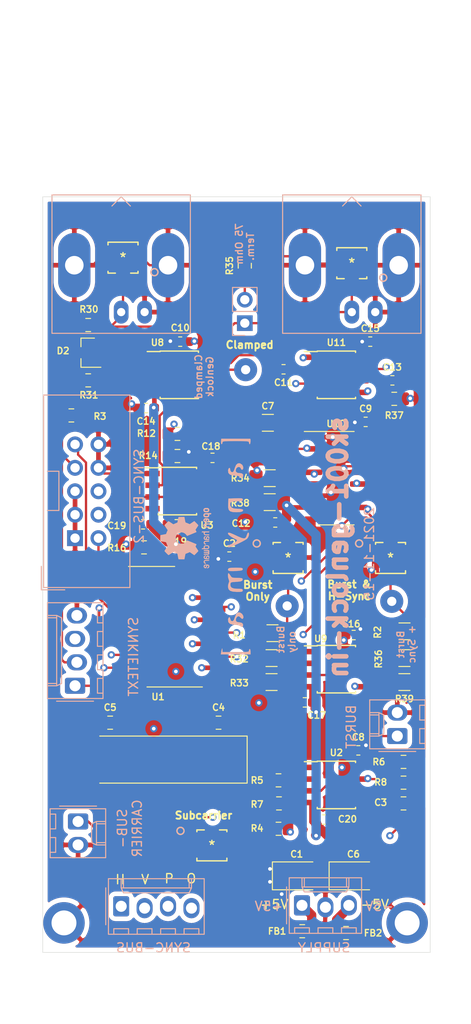
<source format=kicad_pcb>
(kicad_pcb (version 20171130) (host pcbnew "(5.1.5-0-10_14)")
  (layers (0 F.Cu signal) (1 In1.Cu signal) (2 In2.Cu signal) (31 B.Cu signal) (34 B.Paste user) (35 F.Paste user) (36 B.SilkS user) (37 F.SilkS user) (38 B.Mask user) (39 F.Mask user) (44 Edge.Cuts user))
  (net 0 "")
  (net 1 GND)
  (net 2 +5V)
  (net 3 -5V)
  (net 4 "Net-(C11-Pad2)")
  (net 5 "Net-(C7-Pad1)")
  (net 6 "Net-(C11-Pad1)")
  (net 7 "Net-(C13-Pad1)")
  (net 8 "Net-(D2-Pad3)")
  (net 9 /supply+)
  (net 10 "Net-(FB2-Pad1)")
  (net 11 synkietxt)
  (net 12 synkietxt_enable)
  (net 13 synkietxt_in)
  (net 14 clamped_genlock)
  (net 15 "Net-(J4-Pad2)")
  (net 16 "Net-(J4-Pad4)")
  (net 17 "Net-(J4-Pad6)")
  (net 18 "Net-(J4-Pad9)")
  (net 19 "Net-(J17-Pad1)")
  (net 20 "Net-(J8-Pad1)")
  (net 21 "Net-(J8-Pad2)")
  (net 22 "Net-(J8-Pad3)")
  (net 23 "Net-(J8-Pad4)")
  (net 24 "Net-(J11-Pad1)")
  (net 25 /genlock_in)
  (net 26 "Net-(J16-Pad2)")
  (net 27 "Net-(R14-Pad2)")
  (net 28 "Net-(R31-Pad2)")
  (net 29 "Net-(R32-Pad1)")
  (net 30 /synctip)
  (net 31 "Net-(R36-Pad1)")
  (net 32 hsync)
  (net 33 vsync)
  (net 34 porch)
  (net 35 oddeven)
  (net 36 "Net-(U3-Pad5)")
  (net 37 /burst_only)
  (net 38 "Net-(U10-Pad4)")
  (net 39 "Net-(R1-Pad1)")
  (net 40 "Net-(R2-Pad1)")
  (net 41 "Net-(C3-Pad2)")
  (net 42 "Net-(C3-Pad1)")
  (net 43 "Net-(C4-Pad1)")
  (net 44 "Net-(J10-Pad1)")
  (net 45 "Net-(R4-Pad2)")
  (net 46 "Net-(R5-Pad2)")
  (net 47 "Net-(R6-Pad1)")
  (module synkie_footprints:Molex_KK-254_AE-6410-02A_1x02_P2.54mm_Vertical (layer B.Cu) (at 94.93 115.95 90)
    (fp_text reference J15 hide)
    (fp_text value burst-out)
    (pad 2 thru_hole oval (at 2.54 0 90) (size 1.74 2.2) (drill 1.2) (layers *.Cu *.Mask) (net 1 GND))
    (pad 1 thru_hole roundrect (at 0 0 90) (size 1.74 2.2) (drill 1.2) (layers *.Cu *.Mask) (roundrect_rratio 0.143678) (net 37 /burst_only))
  )
  (module synkie_footprints:Crystal_SMD_HC49-SD_HandSoldering_3pin (layer F.Cu) (at 68.58 118.5 180)
    (fp_text reference Y1 hide)
    (fp_text value Crystal_GND2)
    (pad 2 smd rect (at 0.1 -3.7 180) (size 2 5) (layers F.Cu F.Paste F.Mask) (net 1 GND))
    (pad 3 smd rect (at 5.9375 0 180) (size 7.875 2) (layers F.Cu F.Paste F.Mask) (net 41 "Net-(C3-Pad2)"))
    (pad 1 smd rect (at -5.9375 0 180) (size 7.875 2) (layers F.Cu F.Paste F.Mask) (net 43 "Net-(C4-Pad1)"))
  )
  (module synkie_footprints:SOIC-8_3.9x4.9mm_P1.27mm (layer F.Cu) (at 88.33 121.25)
    (fp_text reference U2 (at 0 -3.5) (layer F.SilkS) (effects (font (size 0.7 0.7))))
    (fp_text value LMH6643)
    (pad 8 smd rect (at 2.7 -1.905) (size 1.55 0.6) (layers F.Cu F.Paste F.Mask) (net 2 +5V))
    (pad 7 smd rect (at 2.7 -0.635) (size 1.55 0.6) (layers F.Cu F.Paste F.Mask) (net 45 "Net-(R4-Pad2)"))
    (pad 6 smd rect (at 2.7 0.635) (size 1.55 0.6) (layers F.Cu F.Paste F.Mask) (net 47 "Net-(R6-Pad1)"))
    (pad 5 smd rect (at 2.7 1.905) (size 1.55 0.6) (layers F.Cu F.Paste F.Mask) (net 42 "Net-(C3-Pad1)"))
    (pad 4 smd rect (at -2.7 1.905) (size 1.55 0.6) (layers F.Cu F.Paste F.Mask) (net 3 -5V))
    (pad 3 smd rect (at -2.7 0.635) (size 1.55 0.6) (layers F.Cu F.Paste F.Mask) (net 37 /burst_only))
    (pad 2 smd rect (at -2.7 -0.635) (size 1.55 0.6) (layers F.Cu F.Paste F.Mask) (net 46 "Net-(R5-Pad2)"))
    (pad 1 smd rect (at -2.7 -1.905) (size 1.55 0.6) (layers F.Cu F.Paste F.Mask) (net 43 "Net-(C4-Pad1)"))
  )
  (module synkie_footprints:R_0805_2012Metric_Pad1.15x1.40mm_HandSolder (layer F.Cu) (at 95.605 121 180)
    (fp_text reference R8 (at 2.475 0.05) (layer F.SilkS) (effects (font (size 0.7 0.7))))
    (fp_text value 10k)
    (pad 2 smd roundrect (at 1.025 0 180) (size 1.15 1.4) (layers F.Cu F.Paste F.Mask) (roundrect_rratio 0.217391) (net 47 "Net-(R6-Pad1)"))
    (pad 1 smd roundrect (at -1.025 0 180) (size 1.15 1.4) (layers F.Cu F.Paste F.Mask) (roundrect_rratio 0.217391) (net 1 GND))
  )
  (module synkie_footprints:R_0805_2012Metric_Pad1.15x1.40mm_HandSolder (layer F.Cu) (at 82.105 123.25 180)
    (fp_text reference R7 (at 2.375 -0.1) (layer F.SilkS) (effects (font (size 0.7 0.7))))
    (fp_text value 560)
    (pad 2 smd roundrect (at 1.025 0 180) (size 1.15 1.4) (layers F.Cu F.Paste F.Mask) (roundrect_rratio 0.217391) (net 1 GND))
    (pad 1 smd roundrect (at -1.025 0 180) (size 1.15 1.4) (layers F.Cu F.Paste F.Mask) (roundrect_rratio 0.217391) (net 46 "Net-(R5-Pad2)"))
  )
  (module synkie_footprints:R_0805_2012Metric_Pad1.15x1.40mm_HandSolder (layer F.Cu) (at 95.605 118.75 180)
    (fp_text reference R6 (at 2.675 0) (layer F.SilkS) (effects (font (size 0.7 0.7))))
    (fp_text value 100k)
    (pad 2 smd roundrect (at 1.025 0 180) (size 1.15 1.4) (layers F.Cu F.Paste F.Mask) (roundrect_rratio 0.217391) (net 45 "Net-(R4-Pad2)"))
    (pad 1 smd roundrect (at -1.025 0 180) (size 1.15 1.4) (layers F.Cu F.Paste F.Mask) (roundrect_rratio 0.217391) (net 47 "Net-(R6-Pad1)"))
  )
  (module synkie_footprints:R_0805_2012Metric_Pad1.15x1.40mm_HandSolder (layer F.Cu) (at 82.055 120.75)
    (fp_text reference R5 (at -2.325 0) (layer F.SilkS) (effects (font (size 0.7 0.7))))
    (fp_text value 2k)
    (pad 2 smd roundrect (at 1.025 0) (size 1.15 1.4) (layers F.Cu F.Paste F.Mask) (roundrect_rratio 0.217391) (net 46 "Net-(R5-Pad2)"))
    (pad 1 smd roundrect (at -1.025 0) (size 1.15 1.4) (layers F.Cu F.Paste F.Mask) (roundrect_rratio 0.217391) (net 43 "Net-(C4-Pad1)"))
  )
  (module synkie_footprints:R_0805_2012Metric_Pad1.15x1.40mm_HandSolder (layer F.Cu) (at 82.055 126)
    (fp_text reference R4 (at -2.325 -0.05) (layer F.SilkS) (effects (font (size 0.7 0.7))))
    (fp_text value 75)
    (pad 2 smd roundrect (at 1.025 0) (size 1.15 1.4) (layers F.Cu F.Paste F.Mask) (roundrect_rratio 0.217391) (net 45 "Net-(R4-Pad2)"))
    (pad 1 smd roundrect (at -1.025 0) (size 1.15 1.4) (layers F.Cu F.Paste F.Mask) (roundrect_rratio 0.217391) (net 44 "Net-(J10-Pad1)"))
  )
  (module synkie_footprints:TE_UMCC_2337019-1 (layer F.Cu) (at 74.832499 127.799399)
    (fp_text reference J10 hide)
    (fp_text value subcarrier-out hide)
    (fp_text user * (at 0 0) (layer F.SilkS))
    (pad 1 smd rect (at 0 -1.5744) (size 1 1.05) (layers F.Cu F.Paste F.Mask) (net 44 "Net-(J10-Pad1)"))
    (pad 2 smd rect (at -1.497501 -0.049399) (size 1.0414 2.2098) (layers F.Cu F.Paste F.Mask) (net 1 GND))
    (pad 3 smd rect (at 1.497501 -0.049399) (size 1.0414 2.2098) (layers F.Cu F.Paste F.Mask) (net 1 GND))
  )
  (module synkie_footprints:Molex_KK-254_AE-6410-02A_1x02_P2.54mm_Vertical (layer B.Cu) (at 60.33 125.21 270)
    (fp_text reference J9 hide)
    (fp_text value subcarrier-out)
    (pad 2 thru_hole oval (at 2.54 0 270) (size 1.74 2.2) (drill 1.2) (layers *.Cu *.Mask) (net 1 GND))
    (pad 1 thru_hole roundrect (at 0 0 270) (size 1.74 2.2) (drill 1.2) (layers *.Cu *.Mask) (roundrect_rratio 0.143678) (net 44 "Net-(J10-Pad1)"))
  )
  (module synkie_footprints:C_0603_1608Metric_Pad1.05x0.95mm_HandSolder (layer F.Cu) (at 86.955 125)
    (fp_text reference C20 (at 2.575 -0.05) (layer F.SilkS) (effects (font (size 0.7 0.7))))
    (fp_text value 100n)
    (pad 2 smd roundrect (at 0.875 0) (size 1.05 0.95) (layers F.Cu F.Paste F.Mask) (net 1 GND))
    (pad 1 smd roundrect (at -0.875 0) (size 1.05 0.95) (layers F.Cu F.Paste F.Mask) (net 3 -5V))
  )
  (module synkie_footprints:C_0603_1608Metric_Pad1.05x0.95mm_HandSolder (layer F.Cu) (at 90.705 117.5)
    (fp_text reference C8 (at 0 -1.43) (layer F.SilkS) (effects (font (size 0.7 0.7))))
    (fp_text value 100n)
    (pad 2 smd roundrect (at 0.875 0) (size 1.05 0.95) (layers F.Cu F.Paste F.Mask) (net 2 +5V))
    (pad 1 smd roundrect (at -0.875 0) (size 1.05 0.95) (layers F.Cu F.Paste F.Mask) (net 1 GND))
  )
  (module synkie_footprints:C_0805_2012Metric_Pad1.15x1.40mm_HandSolder (layer F.Cu) (at 63.805 114.5)
    (fp_text reference C5 (at 0 -1.65) (layer F.SilkS) (effects (font (size 0.7 0.7))))
    (fp_text value 22p)
    (pad 2 smd roundrect (at 1.025 0) (size 1.15 1.4) (layers F.Cu F.Paste F.Mask) (roundrect_rratio 0.217391) (net 1 GND))
    (pad 1 smd roundrect (at -1.025 0) (size 1.15 1.4) (layers F.Cu F.Paste F.Mask) (roundrect_rratio 0.217391) (net 41 "Net-(C3-Pad2)"))
  )
  (module synkie_footprints:C_0805_2012Metric_Pad1.15x1.40mm_HandSolder (layer F.Cu) (at 75.555 114.5)
    (fp_text reference C4 (at 0 -1.65) (layer F.SilkS) (effects (font (size 0.7 0.7))))
    (fp_text value 22p)
    (pad 2 smd roundrect (at 1.025 0) (size 1.15 1.4) (layers F.Cu F.Paste F.Mask) (roundrect_rratio 0.217391) (net 1 GND))
    (pad 1 smd roundrect (at -1.025 0) (size 1.15 1.4) (layers F.Cu F.Paste F.Mask) (roundrect_rratio 0.217391) (net 43 "Net-(C4-Pad1)"))
  )
  (module synkie_footprints:C_0805_2012Metric_Pad1.15x1.40mm_HandSolder (layer F.Cu) (at 95.605 123.25)
    (fp_text reference C3 (at -2.475 -0.1) (layer F.SilkS) (effects (font (size 0.7 0.7))))
    (fp_text value 100n)
    (pad 2 smd roundrect (at 1.025 0) (size 1.15 1.4) (layers F.Cu F.Paste F.Mask) (roundrect_rratio 0.217391) (net 41 "Net-(C3-Pad2)"))
    (pad 1 smd roundrect (at -1.025 0) (size 1.15 1.4) (layers F.Cu F.Paste F.Mask) (roundrect_rratio 0.217391) (net 42 "Net-(C3-Pad1)"))
  )
  (module synkie_footprints:R_0805_2012Metric_Pad1.15x1.40mm_HandSolder (layer F.Cu) (at 59.6 81.2)
    (fp_text reference R3 (at 3.1 0.1) (layer F.SilkS) (effects (font (size 0.7 0.7))))
    (fp_text value 22k)
    (pad 2 smd roundrect (at 1.025 0) (size 1.15 1.4) (layers F.Cu F.Paste F.Mask) (roundrect_rratio 0.217391) (net 1 GND))
    (pad 1 smd roundrect (at -1.025 0) (size 1.15 1.4) (layers F.Cu F.Paste F.Mask) (roundrect_rratio 0.217391) (net 12 synkietxt_enable))
  )
  (module synkie_footprints:R_1206_3216Metric_Pad1.42x1.75mm_HandSolder (layer F.Cu) (at 95.7125 104.6)
    (fp_text reference R2 (at -2.9125 0.1 90) (layer F.SilkS) (effects (font (size 0.7 0.7))))
    (fp_text value 75)
    (pad 2 smd roundrect (at 1.4875 0) (size 1.425 1.75) (layers F.Cu F.Paste F.Mask) (roundrect_rratio 0.175439) (net 19 "Net-(J17-Pad1)"))
    (pad 1 smd roundrect (at -1.4875 0) (size 1.425 1.75) (layers F.Cu F.Paste F.Mask) (roundrect_rratio 0.175439) (net 40 "Net-(R2-Pad1)"))
  )
  (module synkie_footprints:R_1206_3216Metric_Pad1.42x1.75mm_HandSolder (layer F.Cu) (at 81.4 104.8)
    (fp_text reference R1 (at -3.6 0.2) (layer F.SilkS) (effects (font (size 0.7 0.7))))
    (fp_text value 75)
    (pad 2 smd roundrect (at 1.4875 0) (size 1.425 1.75) (layers F.Cu F.Paste F.Mask) (roundrect_rratio 0.175439) (net 24 "Net-(J11-Pad1)"))
    (pad 1 smd roundrect (at -1.4875 0) (size 1.425 1.75) (layers F.Cu F.Paste F.Mask) (roundrect_rratio 0.175439) (net 39 "Net-(R1-Pad1)"))
  )
  (module synkie_footprints:TE_UMCC_2337019-1 (layer F.Cu) (at 90 64.7 180)
    (fp_text reference J7 hide)
    (fp_text value UMCC hide)
    (fp_text user * (at 0 0) (layer F.SilkS))
    (pad 1 smd rect (at 0 -1.5744 180) (size 1 1.05) (layers F.Cu F.Paste F.Mask) (net 25 /genlock_in))
    (pad 2 smd rect (at -1.497501 -0.049399 180) (size 1.0414 2.2098) (layers F.Cu F.Paste F.Mask) (net 1 GND))
    (pad 3 smd rect (at 1.497501 -0.049399 180) (size 1.0414 2.2098) (layers F.Cu F.Paste F.Mask) (net 1 GND))
  )
  (module synkie_footprints:TE_UMCC_2337019-1 (layer F.Cu) (at 65.2 64.1 180)
    (fp_text reference J6 hide)
    (fp_text value UMCC hide)
    (fp_text user * (at 0 0) (layer F.SilkS))
    (pad 1 smd rect (at 0 -1.5744 180) (size 1 1.05) (layers F.Cu F.Paste F.Mask) (net 25 /genlock_in))
    (pad 2 smd rect (at -1.497501 -0.049399 180) (size 1.0414 2.2098) (layers F.Cu F.Paste F.Mask) (net 1 GND))
    (pad 3 smd rect (at 1.497501 -0.049399 180) (size 1.0414 2.2098) (layers F.Cu F.Paste F.Mask) (net 1 GND))
  )
  (module Package_SO:SO-20_12.8x7.5mm_P1.27mm (layer F.Cu) (at 70.8 104.1)
    (fp_text reference U1 (at -1.8 7.6) (layer F.SilkS) (effects (font (size 0.7 0.7))))
    (fp_text value 74HC244)
    (pad 20 smd rect (at 4.75 -5.715) (size 1.5 0.6) (layers F.Cu F.Paste F.Mask) (net 2 +5V))
    (pad 19 smd rect (at 4.75 -4.445) (size 1.5 0.6) (layers F.Cu F.Paste F.Mask) (net 1 GND))
    (pad 18 smd rect (at 4.75 -3.175) (size 1.5 0.6) (layers F.Cu F.Paste F.Mask) (net 20 "Net-(J8-Pad1)"))
    (pad 17 smd rect (at 4.75 -1.905) (size 1.5 0.6) (layers F.Cu F.Paste F.Mask) (net 32 hsync))
    (pad 16 smd rect (at 4.75 -0.635) (size 1.5 0.6) (layers F.Cu F.Paste F.Mask) (net 21 "Net-(J8-Pad2)"))
    (pad 15 smd rect (at 4.75 0.635) (size 1.5 0.6) (layers F.Cu F.Paste F.Mask) (net 33 vsync))
    (pad 14 smd rect (at 4.75 1.905) (size 1.5 0.6) (layers F.Cu F.Paste F.Mask) (net 22 "Net-(J8-Pad3)"))
    (pad 13 smd rect (at 4.75 3.175) (size 1.5 0.6) (layers F.Cu F.Paste F.Mask) (net 34 porch))
    (pad 12 smd rect (at 4.75 4.445) (size 1.5 0.6) (layers F.Cu F.Paste F.Mask) (net 23 "Net-(J8-Pad4)"))
    (pad 11 smd rect (at 4.75 5.715) (size 1.5 0.6) (layers F.Cu F.Paste F.Mask) (net 11 synkietxt))
    (pad 10 smd rect (at -4.75 5.715) (size 1.5 0.6) (layers F.Cu F.Paste F.Mask) (net 1 GND))
    (pad 9 smd rect (at -4.75 4.445) (size 1.5 0.6) (layers F.Cu F.Paste F.Mask) (net 17 "Net-(J4-Pad6)"))
    (pad 8 smd rect (at -4.75 3.175) (size 1.5 0.6) (layers F.Cu F.Paste F.Mask) (net 35 oddeven))
    (pad 7 smd rect (at -4.75 1.905) (size 1.5 0.6) (layers F.Cu F.Paste F.Mask) (net 16 "Net-(J4-Pad4)"))
    (pad 1 smd rect (at -4.75 -5.715) (size 1.5 0.6) (layers F.Cu F.Paste F.Mask) (net 1 GND))
    (pad 2 smd rect (at -4.75 -4.445) (size 1.5 0.6) (layers F.Cu F.Paste F.Mask) (net 32 hsync))
    (pad 3 smd rect (at -4.75 -3.175) (size 1.5 0.6) (layers F.Cu F.Paste F.Mask) (net 15 "Net-(J4-Pad2)"))
    (pad 4 smd rect (at -4.75 -1.905) (size 1.5 0.6) (layers F.Cu F.Paste F.Mask) (net 33 vsync))
    (pad 5 smd rect (at -4.75 -0.635) (size 1.5 0.6) (layers F.Cu F.Paste F.Mask) (net 18 "Net-(J4-Pad9)"))
    (pad 6 smd rect (at -4.75 0.635) (size 1.5 0.6) (layers F.Cu F.Paste F.Mask) (net 34 porch))
  )
  (module synkie_footprints:SOIC-8_3.9x4.9mm_P1.27mm (layer F.Cu) (at 88.33 76.8)
    (fp_text reference U11 (at 0 -3.5) (layer F.SilkS) (effects (font (size 0.7 0.7))))
    (fp_text value LM1881)
    (pad 8 smd rect (at 2.7 -1.905) (size 1.55 0.6) (layers F.Cu F.Paste F.Mask) (net 2 +5V))
    (pad 7 smd rect (at 2.7 -0.635) (size 1.55 0.6) (layers F.Cu F.Paste F.Mask) (net 35 oddeven))
    (pad 6 smd rect (at 2.7 0.635) (size 1.55 0.6) (layers F.Cu F.Paste F.Mask) (net 7 "Net-(C13-Pad1)"))
    (pad 5 smd rect (at 2.7 1.905) (size 1.55 0.6) (layers F.Cu F.Paste F.Mask) (net 34 porch))
    (pad 4 smd rect (at -2.7 1.905) (size 1.55 0.6) (layers F.Cu F.Paste F.Mask) (net 1 GND))
    (pad 3 smd rect (at -2.7 0.635) (size 1.55 0.6) (layers F.Cu F.Paste F.Mask) (net 33 vsync))
    (pad 2 smd rect (at -2.7 -0.635) (size 1.55 0.6) (layers F.Cu F.Paste F.Mask) (net 6 "Net-(C11-Pad1)"))
    (pad 1 smd rect (at -2.7 -1.905) (size 1.55 0.6) (layers F.Cu F.Paste F.Mask) (net 32 hsync))
  )
  (module synkie_footprints:SOIC-16_3.9x9.9mm_P1.27mm (layer F.Cu) (at 88.3 88)
    (fp_text reference U10 (at 0 -5.9) (layer F.SilkS) (effects (font (size 0.7 0.7))))
    (fp_text value 4053)
    (pad 1 smd roundrect (at -2.475 -4.445) (size 1.95 0.6) (layers F.Cu F.Paste F.Mask) (net 1 GND))
    (pad 2 smd roundrect (at -2.475 -3.175) (size 1.95 0.6) (layers F.Cu F.Paste F.Mask) (net 5 "Net-(C7-Pad1)"))
    (pad 3 smd roundrect (at -2.475 -1.905) (size 1.95 0.6) (layers F.Cu F.Paste F.Mask) (net 37 /burst_only))
    (pad 4 smd roundrect (at -2.475 -0.635) (size 1.95 0.6) (layers F.Cu F.Paste F.Mask) (net 38 "Net-(U10-Pad4)"))
    (pad 5 smd roundrect (at -2.475 0.635) (size 1.95 0.6) (layers F.Cu F.Paste F.Mask) (net 30 /synctip))
    (pad 6 smd roundrect (at -2.475 1.905) (size 1.95 0.6) (layers F.Cu F.Paste F.Mask) (net 1 GND))
    (pad 7 smd roundrect (at -2.475 3.175) (size 1.95 0.6) (layers F.Cu F.Paste F.Mask) (net 3 -5V))
    (pad 8 smd roundrect (at -2.475 4.445) (size 1.95 0.6) (layers F.Cu F.Paste F.Mask) (net 1 GND))
    (pad 9 smd roundrect (at 2.475 4.445) (size 1.95 0.6) (layers F.Cu F.Paste F.Mask) (net 32 hsync))
    (pad 10 smd roundrect (at 2.475 3.175) (size 1.95 0.6) (layers F.Cu F.Paste F.Mask) (net 34 porch))
    (pad 11 smd roundrect (at 2.475 1.905) (size 1.95 0.6) (layers F.Cu F.Paste F.Mask) (net 34 porch))
    (pad 12 smd roundrect (at 2.475 0.635) (size 1.95 0.6) (layers F.Cu F.Paste F.Mask) (net 5 "Net-(C7-Pad1)"))
    (pad 13 smd roundrect (at 2.475 -0.635) (size 1.95 0.6) (layers F.Cu F.Paste F.Mask) (net 1 GND))
    (pad 14 smd roundrect (at 2.475 -1.905) (size 1.95 0.6) (layers F.Cu F.Paste F.Mask) (net 1 GND))
    (pad 15 smd roundrect (at 2.475 -3.175) (size 1.95 0.6) (layers F.Cu F.Paste F.Mask) (net 37 /burst_only))
    (pad 16 smd roundrect (at 2.475 -4.445) (size 1.95 0.6) (layers F.Cu F.Paste F.Mask) (net 2 +5V))
  )
  (module synkie_footprints:SOIC-8_3.9x4.9mm_P1.27mm (layer F.Cu) (at 88.33 108.7)
    (fp_text reference U9 (at -1.7 -3.3) (layer F.SilkS) (effects (font (size 0.7 0.7))))
    (fp_text value MAX4392)
    (pad 8 smd rect (at 2.7 -1.905) (size 1.55 0.6) (layers F.Cu F.Paste F.Mask) (net 2 +5V))
    (pad 7 smd rect (at 2.7 -0.635) (size 1.55 0.6) (layers F.Cu F.Paste F.Mask) (net 40 "Net-(R2-Pad1)"))
    (pad 6 smd rect (at 2.7 0.635) (size 1.55 0.6) (layers F.Cu F.Paste F.Mask) (net 31 "Net-(R36-Pad1)"))
    (pad 5 smd rect (at 2.7 1.905) (size 1.55 0.6) (layers F.Cu F.Paste F.Mask) (net 38 "Net-(U10-Pad4)"))
    (pad 4 smd rect (at -2.7 1.905) (size 1.55 0.6) (layers F.Cu F.Paste F.Mask) (net 3 -5V))
    (pad 3 smd rect (at -2.7 0.635) (size 1.55 0.6) (layers F.Cu F.Paste F.Mask) (net 37 /burst_only))
    (pad 2 smd rect (at -2.7 -0.635) (size 1.55 0.6) (layers F.Cu F.Paste F.Mask) (net 29 "Net-(R32-Pad1)"))
    (pad 1 smd rect (at -2.7 -1.905) (size 1.55 0.6) (layers F.Cu F.Paste F.Mask) (net 39 "Net-(R1-Pad1)"))
  )
  (module synkie_footprints:SOIC-8_3.9x4.9mm_P1.27mm (layer F.Cu) (at 71.3 76.8)
    (fp_text reference U8 (at -2.37 -3.5) (layer F.SilkS) (effects (font (size 0.7 0.7))))
    (fp_text value LMH6643)
    (pad 8 smd rect (at 2.7 -1.905) (size 1.55 0.6) (layers F.Cu F.Paste F.Mask) (net 2 +5V))
    (pad 7 smd rect (at 2.7 -0.635) (size 1.55 0.6) (layers F.Cu F.Paste F.Mask) (net 14 clamped_genlock))
    (pad 6 smd rect (at 2.7 0.635) (size 1.55 0.6) (layers F.Cu F.Paste F.Mask) (net 14 clamped_genlock))
    (pad 5 smd rect (at 2.7 1.905) (size 1.55 0.6) (layers F.Cu F.Paste F.Mask) (net 5 "Net-(C7-Pad1)"))
    (pad 4 smd rect (at -2.7 1.905) (size 1.55 0.6) (layers F.Cu F.Paste F.Mask) (net 3 -5V))
    (pad 3 smd rect (at -2.7 0.635) (size 1.55 0.6) (layers F.Cu F.Paste F.Mask) (net 28 "Net-(R31-Pad2)"))
    (pad 2 smd rect (at -2.7 -0.635) (size 1.55 0.6) (layers F.Cu F.Paste F.Mask) (net 4 "Net-(C11-Pad2)"))
    (pad 1 smd rect (at -2.7 -1.905) (size 1.55 0.6) (layers F.Cu F.Paste F.Mask) (net 4 "Net-(C11-Pad2)"))
  )
  (module Symbol:OSHW-Logo2_7.3x6mm_SilkScreen (layer B.Cu) (at 72 94.5 270)
    (fp_text reference U7 hide)
    (fp_text value LOGO hide)
  )
  (module anyma_footprints:logo_anyma (layer B.Cu) (at 77.5 95.5 270)
    (fp_text reference U5 hide)
    (fp_text value LOGO hide)
  )
  (module synkie_footprints:SOIC-8_3.9x4.9mm_P1.27mm (layer F.Cu) (at 71.1 89.4)
    (fp_text reference U3 (at 3.2 3.7) (layer F.SilkS) (effects (font (size 0.7 0.7))))
    (fp_text value LM311)
    (pad 8 smd rect (at 2.7 -1.905) (size 1.55 0.6) (layers F.Cu F.Paste F.Mask) (net 2 +5V))
    (pad 7 smd rect (at 2.7 -0.635) (size 1.55 0.6) (layers F.Cu F.Paste F.Mask) (net 13 synkietxt_in))
    (pad 6 smd rect (at 2.7 0.635) (size 1.55 0.6) (layers F.Cu F.Paste F.Mask) (net 36 "Net-(U3-Pad5)"))
    (pad 5 smd rect (at 2.7 1.905) (size 1.55 0.6) (layers F.Cu F.Paste F.Mask) (net 36 "Net-(U3-Pad5)"))
    (pad 4 smd rect (at -2.7 1.905) (size 1.55 0.6) (layers F.Cu F.Paste F.Mask) (net 3 -5V))
    (pad 3 smd rect (at -2.7 0.635) (size 1.55 0.6) (layers F.Cu F.Paste F.Mask) (net 27 "Net-(R14-Pad2)"))
    (pad 2 smd rect (at -2.7 -0.635) (size 1.55 0.6) (layers F.Cu F.Paste F.Mask) (net 14 clamped_genlock))
    (pad 1 smd rect (at -2.7 -1.905) (size 1.55 0.6) (layers F.Cu F.Paste F.Mask) (net 1 GND))
  )
  (module synkie_footprints:R_1206_3216Metric_Pad1.42x1.75mm_HandSolder (layer F.Cu) (at 95.7 110.1 180)
    (fp_text reference R39 (at 0 -1.82) (layer F.SilkS) (effects (font (size 0.7 0.7))))
    (fp_text value 200)
    (pad 2 smd roundrect (at 1.4875 0 180) (size 1.425 1.75) (layers F.Cu F.Paste F.Mask) (roundrect_rratio 0.175439) (net 31 "Net-(R36-Pad1)"))
    (pad 1 smd roundrect (at -1.4875 0 180) (size 1.425 1.75) (layers F.Cu F.Paste F.Mask) (roundrect_rratio 0.175439) (net 1 GND))
  )
  (module synkie_footprints:R_1206_3216Metric_Pad1.42x1.75mm_HandSolder (layer F.Cu) (at 81.1 90.6 180)
    (fp_text reference R38 (at 3.2 -0.1) (layer F.SilkS) (effects (font (size 0.7 0.7))))
    (fp_text value 4k7)
    (pad 2 smd roundrect (at 1.4875 0 180) (size 1.425 1.75) (layers F.Cu F.Paste F.Mask) (roundrect_rratio 0.175439) (net 30 /synctip))
    (pad 1 smd roundrect (at -1.4875 0 180) (size 1.425 1.75) (layers F.Cu F.Paste F.Mask) (roundrect_rratio 0.175439) (net 3 -5V))
  )
  (module synkie_footprints:R_0805_2012Metric_Pad1.15x1.40mm_HandSolder (layer F.Cu) (at 94.6 79.4)
    (fp_text reference R37 (at 0 1.8) (layer F.SilkS) (effects (font (size 0.7 0.7))))
    (fp_text value 680k)
    (pad 2 smd roundrect (at 1.025 0) (size 1.15 1.4) (layers F.Cu F.Paste F.Mask) (roundrect_rratio 0.217391) (net 1 GND))
    (pad 1 smd roundrect (at -1.025 0) (size 1.15 1.4) (layers F.Cu F.Paste F.Mask) (roundrect_rratio 0.217391) (net 7 "Net-(C13-Pad1)"))
  )
  (module synkie_footprints:R_1206_3216Metric_Pad1.42x1.75mm_HandSolder (layer F.Cu) (at 95.7 107.5 180)
    (fp_text reference R36 (at 2.8 -0.1 90) (layer F.SilkS) (effects (font (size 0.7 0.7))))
    (fp_text value 200)
    (pad 2 smd roundrect (at 1.4875 0 180) (size 1.425 1.75) (layers F.Cu F.Paste F.Mask) (roundrect_rratio 0.175439) (net 40 "Net-(R2-Pad1)"))
    (pad 1 smd roundrect (at -1.4875 0 180) (size 1.425 1.75) (layers F.Cu F.Paste F.Mask) (roundrect_rratio 0.175439) (net 31 "Net-(R36-Pad1)"))
  )
  (module synkie_footprints:R_0805_2012Metric_Pad1.15x1.40mm_HandSolder (layer F.Cu) (at 78.4 64.975 90)
    (fp_text reference R35 (at 0 -1.65 90) (layer F.SilkS) (effects (font (size 0.7 0.7))))
    (fp_text value 75)
    (pad 2 smd roundrect (at 1.025 0 90) (size 1.15 1.4) (layers F.Cu F.Paste F.Mask) (roundrect_rratio 0.217391) (net 1 GND))
    (pad 1 smd roundrect (at -1.025 0 90) (size 1.15 1.4) (layers F.Cu F.Paste F.Mask) (roundrect_rratio 0.217391) (net 26 "Net-(J16-Pad2)"))
  )
  (module synkie_footprints:R_1206_3216Metric_Pad1.42x1.75mm_HandSolder (layer F.Cu) (at 81.1 88 180)
    (fp_text reference R34 (at 3.2 0) (layer F.SilkS) (effects (font (size 0.7 0.7))))
    (fp_text value 150)
    (pad 2 smd roundrect (at 1.4875 0 180) (size 1.425 1.75) (layers F.Cu F.Paste F.Mask) (roundrect_rratio 0.175439) (net 1 GND))
    (pad 1 smd roundrect (at -1.4875 0 180) (size 1.425 1.75) (layers F.Cu F.Paste F.Mask) (roundrect_rratio 0.175439) (net 30 /synctip))
  )
  (module synkie_footprints:R_1206_3216Metric_Pad1.42x1.75mm_HandSolder (layer F.Cu) (at 81.3 110.1)
    (fp_text reference R33 (at -3.5 0.1) (layer F.SilkS) (effects (font (size 0.7 0.7))))
    (fp_text value 200)
    (pad 2 smd roundrect (at 1.4875 0) (size 1.425 1.75) (layers F.Cu F.Paste F.Mask) (roundrect_rratio 0.175439) (net 29 "Net-(R32-Pad1)"))
    (pad 1 smd roundrect (at -1.4875 0) (size 1.425 1.75) (layers F.Cu F.Paste F.Mask) (roundrect_rratio 0.175439) (net 1 GND))
  )
  (module synkie_footprints:R_1206_3216Metric_Pad1.42x1.75mm_HandSolder (layer F.Cu) (at 81.3 107.5)
    (fp_text reference R32 (at -3.5 0.1) (layer F.SilkS) (effects (font (size 0.7 0.7))))
    (fp_text value 200)
    (pad 2 smd roundrect (at 1.4875 0) (size 1.425 1.75) (layers F.Cu F.Paste F.Mask) (roundrect_rratio 0.175439) (net 39 "Net-(R1-Pad1)"))
    (pad 1 smd roundrect (at -1.4875 0) (size 1.425 1.75) (layers F.Cu F.Paste F.Mask) (roundrect_rratio 0.175439) (net 29 "Net-(R32-Pad1)"))
  )
  (module synkie_footprints:R_0805_2012Metric_Pad1.15x1.40mm_HandSolder (layer F.Cu) (at 61.425 77.4)
    (fp_text reference R31 (at 0.075 1.6) (layer F.SilkS) (effects (font (size 0.7 0.7))))
    (fp_text value 75)
    (pad 2 smd roundrect (at 1.025 0) (size 1.15 1.4) (layers F.Cu F.Paste F.Mask) (roundrect_rratio 0.217391) (net 28 "Net-(R31-Pad2)"))
    (pad 1 smd roundrect (at -1.025 0) (size 1.15 1.4) (layers F.Cu F.Paste F.Mask) (roundrect_rratio 0.217391) (net 8 "Net-(D2-Pad3)"))
  )
  (module synkie_footprints:R_0805_2012Metric_Pad1.15x1.40mm_HandSolder (layer F.Cu) (at 61.425 71.4 180)
    (fp_text reference R30 (at -0.075 1.7) (layer F.SilkS) (effects (font (size 0.7 0.7))))
    (fp_text value 75)
    (pad 2 smd roundrect (at 1.025 0 180) (size 1.15 1.4) (layers F.Cu F.Paste F.Mask) (roundrect_rratio 0.217391) (net 8 "Net-(D2-Pad3)"))
    (pad 1 smd roundrect (at -1.025 0 180) (size 1.15 1.4) (layers F.Cu F.Paste F.Mask) (roundrect_rratio 0.217391) (net 25 /genlock_in))
  )
  (module synkie_footprints:R_0805_2012Metric_Pad1.15x1.40mm_HandSolder (layer F.Cu) (at 71.1 93.2 180)
    (fp_text reference R19 (at 0 -1.65) (layer F.SilkS) (effects (font (size 0.7 0.7))))
    (fp_text value 510k)
    (pad 2 smd roundrect (at 1.025 0 180) (size 1.15 1.4) (layers F.Cu F.Paste F.Mask) (roundrect_rratio 0.217391) (net 27 "Net-(R14-Pad2)"))
    (pad 1 smd roundrect (at -1.025 0 180) (size 1.15 1.4) (layers F.Cu F.Paste F.Mask) (roundrect_rratio 0.217391) (net 13 synkietxt_in))
  )
  (module synkie_footprints:R_0805_2012Metric_Pad1.15x1.40mm_HandSolder (layer F.Cu) (at 67.475 95.5 180)
    (fp_text reference R16 (at 2.945 -0.05) (layer F.SilkS) (effects (font (size 0.7 0.7))))
    (fp_text value 300)
    (pad 2 smd roundrect (at 1.025 0 180) (size 1.15 1.4) (layers F.Cu F.Paste F.Mask) (roundrect_rratio 0.217391) (net 1 GND))
    (pad 1 smd roundrect (at -1.025 0 180) (size 1.15 1.4) (layers F.Cu F.Paste F.Mask) (roundrect_rratio 0.217391) (net 27 "Net-(R14-Pad2)"))
  )
  (module synkie_footprints:R_0805_2012Metric_Pad1.15x1.40mm_HandSolder (layer F.Cu) (at 71.1 85.6 180)
    (fp_text reference R14 (at 3.17 0.05) (layer F.SilkS) (effects (font (size 0.7 0.7))))
    (fp_text value 3k)
    (pad 2 smd roundrect (at 1.025 0 180) (size 1.15 1.4) (layers F.Cu F.Paste F.Mask) (roundrect_rratio 0.217391) (net 27 "Net-(R14-Pad2)"))
    (pad 1 smd roundrect (at -1.025 0 180) (size 1.15 1.4) (layers F.Cu F.Paste F.Mask) (roundrect_rratio 0.217391) (net 2 +5V))
  )
  (module synkie_footprints:R_0805_2012Metric_Pad1.15x1.40mm_HandSolder (layer F.Cu) (at 71.1 83.2 180)
    (fp_text reference R12 (at 3.37 0.05) (layer F.SilkS) (effects (font (size 0.7 0.7))))
    (fp_text value 3k)
    (pad 2 smd roundrect (at 1.025 0 180) (size 1.15 1.4) (layers F.Cu F.Paste F.Mask) (roundrect_rratio 0.217391) (net 13 synkietxt_in))
    (pad 1 smd roundrect (at -1.025 0 180) (size 1.15 1.4) (layers F.Cu F.Paste F.Mask) (roundrect_rratio 0.217391) (net 2 +5V))
  )
  (module synkie_footprints:TE_UMCC_2337019-1 (layer F.Cu) (at 94.197501 96.649399)
    (fp_text reference J17 hide)
    (fp_text value UMCC hide)
    (fp_text user * (at 0 0) (layer F.SilkS))
    (pad 1 smd rect (at 0 -1.5744) (size 1 1.05) (layers F.Cu F.Paste F.Mask) (net 19 "Net-(J17-Pad1)"))
    (pad 2 smd rect (at -1.497501 -0.049399) (size 1.0414 2.2098) (layers F.Cu F.Paste F.Mask) (net 1 GND))
    (pad 3 smd rect (at 1.497501 -0.049399) (size 1.0414 2.2098) (layers F.Cu F.Paste F.Mask) (net 1 GND))
  )
  (module synkie_footprints:PinHeader_1x02_P2.54mm_Vertical (layer B.Cu) (at 78.4 71.2)
    (fp_text reference J16 hide)
    (fp_text value Conn_01x02)
    (pad 2 thru_hole oval (at 0 -2.54) (size 1.7 1.7) (drill 1) (layers *.Cu *.Mask) (net 26 "Net-(J16-Pad2)"))
    (pad 1 thru_hole rect (at 0 0) (size 1.7 1.7) (drill 1) (layers *.Cu *.Mask) (net 25 /genlock_in))
  )
  (module synkie_footprints:BNC_MOLEX_0731000080_Horizontal (layer B.Cu) (at 65 70 180)
    (fp_text reference J14 hide)
    (fp_text value Conn_Coaxial)
    (pad 2 thru_hole oval (at -5.08 5.08 180) (size 3.5 7) (drill 2.01) (layers *.Cu *.Mask) (net 1 GND))
    (pad 2 thru_hole oval (at 5.08 5.08 180) (size 3.5 7) (drill 2.01) (layers *.Cu *.Mask) (net 1 GND))
    (pad 1 thru_hole oval (at 0 0 180) (size 1.6 2.5) (drill 0.89) (layers *.Cu *.Mask) (net 25 /genlock_in))
    (pad 2 thru_hole oval (at -2.54 0 180) (size 1.6 2.5) (drill 0.89) (layers *.Cu *.Mask) (net 1 GND))
  )
  (module synkie_footprints:TE_UMCC_2337019-1 (layer F.Cu) (at 83.097501 96.649399)
    (fp_text reference J13 hide)
    (fp_text value UMCC hide)
    (fp_text user * (at 0 0) (layer F.SilkS))
    (pad 1 smd rect (at 0 -1.5744) (size 1 1.05) (layers F.Cu F.Paste F.Mask) (net 24 "Net-(J11-Pad1)"))
    (pad 2 smd rect (at -1.497501 -0.049399) (size 1.0414 2.2098) (layers F.Cu F.Paste F.Mask) (net 1 GND))
    (pad 3 smd rect (at 1.497501 -0.049399) (size 1.0414 2.2098) (layers F.Cu F.Paste F.Mask) (net 1 GND))
  )
  (module synkie_footprints:BNC_MOLEX_0731000080_Horizontal (layer B.Cu) (at 90 70 180)
    (fp_text reference J12 hide)
    (fp_text value Conn_Coaxial)
    (pad 2 thru_hole oval (at -5.08 5.08 180) (size 3.5 7) (drill 2.01) (layers *.Cu *.Mask) (net 1 GND))
    (pad 2 thru_hole oval (at 5.08 5.08 180) (size 3.5 7) (drill 2.01) (layers *.Cu *.Mask) (net 1 GND))
    (pad 1 thru_hole oval (at 0 0 180) (size 1.6 2.5) (drill 0.89) (layers *.Cu *.Mask) (net 25 /genlock_in))
    (pad 2 thru_hole oval (at -2.54 0 180) (size 1.6 2.5) (drill 0.89) (layers *.Cu *.Mask) (net 1 GND))
  )
  (module synkie_footprints:Solderpad_1mm (layer F.Cu) (at 83.5 102.1)
    (fp_text reference J11 hide)
    (fp_text value Burst_Only)
    (pad 1 thru_hole circle (at -0.508 -0.254) (size 2.5 2.5) (drill 1) (layers *.Cu *.Mask) (net 24 "Net-(J11-Pad1)"))
  )
  (module synkie_footprints:Molex_KK-254_AE-6410-04A_1x04_P2.54mm_Vertical (layer B.Cu) (at 65 134.4)
    (fp_text reference J8 hide)
    (fp_text value "Sync-Bus ?????  0-5V or 0-1V ???")
    (pad 1 thru_hole roundrect (at 0 0) (size 1.74 2.2) (drill 1.2) (layers *.Cu *.Mask) (roundrect_rratio 0.143678) (net 20 "Net-(J8-Pad1)"))
    (pad 2 thru_hole oval (at 2.54 0.2) (size 1.74 2.2) (drill 1.2) (layers *.Cu *.Mask) (net 21 "Net-(J8-Pad2)"))
    (pad 3 thru_hole oval (at 5.08 0) (size 1.74 2.2) (drill 1.2) (layers *.Cu *.Mask) (net 22 "Net-(J8-Pad3)"))
    (pad 4 thru_hole oval (at 7.62 0.2) (size 1.74 2.2) (drill 1.2) (layers *.Cu *.Mask) (net 23 "Net-(J8-Pad4)"))
  )
  (module synkie_footprints:Solderpad_1mm (layer F.Cu) (at 94.838 101.604)
    (fp_text reference J5 hide)
    (fp_text value Burst_and_HSync)
    (pad 1 thru_hole circle (at -0.508 -0.254) (size 2.5 2.5) (drill 1) (layers *.Cu *.Mask) (net 19 "Net-(J17-Pad1)"))
  )
  (module synkie_footprints:IDC-Header_2x05_P2.54mm_Vertical (layer B.Cu) (at 60 94.5)
    (fp_text reference J4 hide)
    (fp_text value Syncbus)
    (pad 1 thru_hole rect (at 0 0) (size 1.7272 1.7272) (drill 1.016) (layers *.Cu *.Mask) (net 1 GND))
    (pad 2 thru_hole oval (at 2.54 0) (size 1.7272 1.7272) (drill 1.016) (layers *.Cu *.Mask) (net 15 "Net-(J4-Pad2)"))
    (pad 3 thru_hole oval (at 0 -2.54) (size 1.7272 1.7272) (drill 1.016) (layers *.Cu *.Mask) (net 1 GND))
    (pad 4 thru_hole oval (at 2.54 -2.54) (size 1.7272 1.7272) (drill 1.016) (layers *.Cu *.Mask) (net 16 "Net-(J4-Pad4)"))
    (pad 5 thru_hole oval (at 0 -5.08) (size 1.7272 1.7272) (drill 1.016) (layers *.Cu *.Mask) (net 1 GND))
    (pad 6 thru_hole oval (at 2.54 -5.08) (size 1.7272 1.7272) (drill 1.016) (layers *.Cu *.Mask) (net 17 "Net-(J4-Pad6)"))
    (pad 7 thru_hole oval (at 0 -7.62) (size 1.7272 1.7272) (drill 1.016) (layers *.Cu *.Mask) (net 12 synkietxt_enable))
    (pad 8 thru_hole oval (at 2.54 -7.62) (size 1.7272 1.7272) (drill 1.016) (layers *.Cu *.Mask) (net 1 GND))
    (pad 9 thru_hole oval (at 0 -10.16) (size 1.7272 1.7272) (drill 1.016) (layers *.Cu *.Mask) (net 18 "Net-(J4-Pad9)"))
    (pad 10 thru_hole oval (at 2.54 -10.16) (size 1.7272 1.7272) (drill 1.016) (layers *.Cu *.Mask) (net 1 GND))
  )
  (module synkie_footprints:Solderpad_1mm (layer F.Cu) (at 79 76.5)
    (fp_text reference J3 hide)
    (fp_text value Clamped_Genlock)
    (pad 1 thru_hole circle (at -0.508 -0.254) (size 2.5 2.5) (drill 1) (layers *.Cu *.Mask) (net 14 clamped_genlock))
  )
  (module synkie_footprints:Molex_KK-254_AE-6410-04A_1x04_P2.54mm_Vertical (layer B.Cu) (at 60 110.5 90)
    (fp_text reference J2 hide)
    (fp_text value SynkieTxt)
    (pad 1 thru_hole roundrect (at 0 0 90) (size 1.74 2.2) (drill 1.2) (layers *.Cu *.Mask) (roundrect_rratio 0.143678) (net 11 synkietxt))
    (pad 2 thru_hole oval (at 2.54 0.2 90) (size 1.74 2.2) (drill 1.2) (layers *.Cu *.Mask) (net 12 synkietxt_enable))
    (pad 3 thru_hole oval (at 5.08 0 90) (size 1.74 2.2) (drill 1.2) (layers *.Cu *.Mask) (net 13 synkietxt_in))
    (pad 4 thru_hole oval (at 7.62 0.2 90) (size 1.74 2.2) (drill 1.2) (layers *.Cu *.Mask) (net 1 GND))
  )
  (module synkie_footprints:Molex_KK-254_AE-6410-03A_1x03_P2.54mm_Vertical (layer B.Cu) (at 84.6 134.3)
    (fp_text reference J1 hide)
    (fp_text value Supply)
    (pad 3 thru_hole oval (at 5.08 0) (size 1.74 2.2) (drill 1.2) (layers *.Cu *.Mask) (net 10 "Net-(FB2-Pad1)"))
    (pad 2 thru_hole oval (at 2.54 0.2) (size 1.74 2.2) (drill 1.2) (layers *.Cu *.Mask) (net 1 GND))
    (pad 1 thru_hole roundrect (at 0 0) (size 1.74 2.2) (drill 1.2) (layers *.Cu *.Mask) (roundrect_rratio 0.143678) (net 9 /supply+))
  )
  (module MountingHole:MountingHole_2.7mm_M2.5_ISO7380_Pad (layer F.Cu) (at 58.8 136.2)
    (fp_text reference H2 hide)
    (fp_text value MountingHole_Pad)
    (pad 1 thru_hole circle (at 0 0) (size 4.5 4.5) (drill 2.7) (layers *.Cu *.Mask) (net 1 GND))
  )
  (module MountingHole:MountingHole_2.7mm_M2.5_ISO7380_Pad (layer F.Cu) (at 96 136.2)
    (fp_text reference H1 hide)
    (fp_text value MountingHole_Pad)
    (pad 1 thru_hole circle (at 0 0) (size 4.5 4.5) (drill 2.7) (layers *.Cu *.Mask) (net 1 GND))
  )
  (module synkie_footprints:L_0805_2012Metric_Pad1.15x1.40mm_HandSolder (layer F.Cu) (at 89.375 137.3)
    (fp_text reference FB2 (at 2.925 0) (layer F.SilkS) (effects (font (size 0.7 0.7))))
    (fp_text value Ferrite_Bead)
    (pad 1 smd roundrect (at -1.025 0) (size 1.15 1.4) (layers F.Cu F.Paste F.Mask) (roundrect_rratio 0.217391) (net 10 "Net-(FB2-Pad1)"))
    (pad 2 smd roundrect (at 1.025 0) (size 1.15 1.4) (layers F.Cu F.Paste F.Mask) (roundrect_rratio 0.217391) (net 3 -5V))
  )
  (module synkie_footprints:L_0805_2012Metric_Pad1.15x1.40mm_HandSolder (layer F.Cu) (at 84.625 137.1 180)
    (fp_text reference FB1 (at 2.725 0) (layer F.SilkS) (effects (font (size 0.7 0.7))))
    (fp_text value Ferrite_Bead)
    (pad 1 smd roundrect (at -1.025 0 180) (size 1.15 1.4) (layers F.Cu F.Paste F.Mask) (roundrect_rratio 0.217391) (net 9 /supply+))
    (pad 2 smd roundrect (at 1.025 0 180) (size 1.15 1.4) (layers F.Cu F.Paste F.Mask) (roundrect_rratio 0.217391) (net 2 +5V))
  )
  (module Package_TO_SOT_SMD:SOT-23 (layer F.Cu) (at 61.4 74.4 180)
    (fp_text reference D2 (at 2.7 0.2) (layer F.SilkS) (effects (font (size 0.7 0.7))))
    (fp_text value BAT54S)
    (pad 3 smd rect (at 1 0 180) (size 0.9 0.8) (layers F.Cu F.Paste F.Mask) (net 8 "Net-(D2-Pad3)"))
    (pad 2 smd rect (at -1 0.95 180) (size 0.9 0.8) (layers F.Cu F.Paste F.Mask) (net 2 +5V))
    (pad 1 smd rect (at -1 -0.95 180) (size 0.9 0.8) (layers F.Cu F.Paste F.Mask) (net 3 -5V))
  )
  (module synkie_footprints:C_0603_1608Metric_Pad1.05x0.95mm_HandSolder (layer F.Cu) (at 67.375 93)
    (fp_text reference C19 (at -2.845 0.15) (layer F.SilkS) (effects (font (size 0.7 0.7))))
    (fp_text value 100n)
    (pad 2 smd roundrect (at 0.875 0) (size 1.05 0.95) (layers F.Cu F.Paste F.Mask) (net 3 -5V))
    (pad 1 smd roundrect (at -0.875 0) (size 1.05 0.95) (layers F.Cu F.Paste F.Mask) (net 1 GND))
  )
  (module synkie_footprints:C_0603_1608Metric_Pad1.05x0.95mm_HandSolder (layer F.Cu) (at 74.9 85.8)
    (fp_text reference C18 (at -0.17 -1.25) (layer F.SilkS) (effects (font (size 0.7 0.7))))
    (fp_text value 100n)
    (pad 2 smd roundrect (at 0.875 0) (size 1.05 0.95) (layers F.Cu F.Paste F.Mask) (net 1 GND))
    (pad 1 smd roundrect (at -0.875 0) (size 1.05 0.95) (layers F.Cu F.Paste F.Mask) (net 2 +5V))
  )
  (module synkie_footprints:C_0603_1608Metric_Pad1.05x0.95mm_HandSolder (layer F.Cu) (at 84.9 112.3)
    (fp_text reference C17 (at 1.3 1.4) (layer F.SilkS) (effects (font (size 0.7 0.7))))
    (fp_text value 100n)
    (pad 2 smd roundrect (at 0.875 0) (size 1.05 0.95) (layers F.Cu F.Paste F.Mask) (net 3 -5V))
    (pad 1 smd roundrect (at -0.875 0) (size 1.05 0.95) (layers F.Cu F.Paste F.Mask) (net 1 GND))
  )
  (module synkie_footprints:C_0603_1608Metric_Pad1.05x0.95mm_HandSolder (layer F.Cu) (at 90.2 105 180)
    (fp_text reference C16 (at 0.3 1.2) (layer F.SilkS) (effects (font (size 0.7 0.7))))
    (fp_text value 100n)
    (pad 2 smd roundrect (at 0.875 0 180) (size 1.05 0.95) (layers F.Cu F.Paste F.Mask) (net 1 GND))
    (pad 1 smd roundrect (at -0.875 0 180) (size 1.05 0.95) (layers F.Cu F.Paste F.Mask) (net 2 +5V))
  )
  (module synkie_footprints:C_0603_1608Metric_Pad1.05x0.95mm_HandSolder (layer F.Cu) (at 92 73.2)
    (fp_text reference C15 (at 0 -1.43) (layer F.SilkS) (effects (font (size 0.7 0.7))))
    (fp_text value 100n)
    (pad 2 smd roundrect (at 0.875 0) (size 1.05 0.95) (layers F.Cu F.Paste F.Mask) (net 1 GND))
    (pad 1 smd roundrect (at -0.875 0) (size 1.05 0.95) (layers F.Cu F.Paste F.Mask) (net 2 +5V))
  )
  (module synkie_footprints:C_0603_1608Metric_Pad1.05x0.95mm_HandSolder (layer F.Cu) (at 67.7 80.4 180)
    (fp_text reference C14 (at 0 -1.43) (layer F.SilkS) (effects (font (size 0.7 0.7))))
    (fp_text value 100n)
    (pad 2 smd roundrect (at 0.875 0 180) (size 1.05 0.95) (layers F.Cu F.Paste F.Mask) (net 1 GND))
    (pad 1 smd roundrect (at -0.875 0 180) (size 1.05 0.95) (layers F.Cu F.Paste F.Mask) (net 3 -5V))
  )
  (module synkie_footprints:C_0603_1608Metric_Pad1.05x0.95mm_HandSolder (layer F.Cu) (at 94.4 77.4)
    (fp_text reference C13 (at 0 -1.43) (layer F.SilkS) (effects (font (size 0.7 0.7))))
    (fp_text value 100n)
    (pad 2 smd roundrect (at 0.875 0) (size 1.05 0.95) (layers F.Cu F.Paste F.Mask) (net 1 GND))
    (pad 1 smd roundrect (at -0.875 0) (size 1.05 0.95) (layers F.Cu F.Paste F.Mask) (net 7 "Net-(C13-Pad1)"))
  )
  (module synkie_footprints:C_0603_1608Metric_Pad1.05x0.95mm_HandSolder (layer F.Cu) (at 81.7 92.8)
    (fp_text reference C12 (at -3.7 0.1) (layer F.SilkS) (effects (font (size 0.7 0.7))))
    (fp_text value 100n)
    (pad 2 smd roundrect (at 0.875 0) (size 1.05 0.95) (layers F.Cu F.Paste F.Mask) (net 3 -5V))
    (pad 1 smd roundrect (at -0.875 0) (size 1.05 0.95) (layers F.Cu F.Paste F.Mask) (net 1 GND))
  )
  (module synkie_footprints:C_0603_1608Metric_Pad1.05x0.95mm_HandSolder (layer F.Cu) (at 82.6 76.2 180)
    (fp_text reference C11 (at 0 -1.43) (layer F.SilkS) (effects (font (size 0.7 0.7))))
    (fp_text value 100n)
    (pad 2 smd roundrect (at 0.875 0 180) (size 1.05 0.95) (layers F.Cu F.Paste F.Mask) (net 4 "Net-(C11-Pad2)"))
    (pad 1 smd roundrect (at -0.875 0 180) (size 1.05 0.95) (layers F.Cu F.Paste F.Mask) (net 6 "Net-(C11-Pad1)"))
  )
  (module synkie_footprints:C_0603_1608Metric_Pad1.05x0.95mm_HandSolder (layer F.Cu) (at 71.4 73.2 180)
    (fp_text reference C10 (at 0 1.5) (layer F.SilkS) (effects (font (size 0.7 0.7))))
    (fp_text value 100n)
    (pad 2 smd roundrect (at 0.875 0 180) (size 1.05 0.95) (layers F.Cu F.Paste F.Mask) (net 2 +5V))
    (pad 1 smd roundrect (at -0.875 0 180) (size 1.05 0.95) (layers F.Cu F.Paste F.Mask) (net 1 GND))
  )
  (module synkie_footprints:C_0603_1608Metric_Pad1.05x0.95mm_HandSolder (layer F.Cu) (at 91.5 81.9)
    (fp_text reference C9 (at 0 -1.43) (layer F.SilkS) (effects (font (size 0.7 0.7))))
    (fp_text value 100n)
    (pad 2 smd roundrect (at 0.875 0) (size 1.05 0.95) (layers F.Cu F.Paste F.Mask) (net 1 GND))
    (pad 1 smd roundrect (at -0.875 0) (size 1.05 0.95) (layers F.Cu F.Paste F.Mask) (net 2 +5V))
  )
  (module synkie_footprints:C_1206_3216Metric_Pad1.42x1.75mm_HandSolder (layer F.Cu) (at 80.9 82)
    (fp_text reference C7 (at 0 -1.82) (layer F.SilkS) (effects (font (size 0.7 0.7))))
    (fp_text value 1u)
    (pad 2 smd roundrect (at 1.4875 0) (size 1.425 1.75) (layers F.Cu F.Paste F.Mask) (roundrect_rratio 0.175439) (net 4 "Net-(C11-Pad2)"))
    (pad 1 smd roundrect (at -1.4875 0) (size 1.425 1.75) (layers F.Cu F.Paste F.Mask) (roundrect_rratio 0.175439) (net 5 "Net-(C7-Pad1)"))
  )
  (module synkie_footprints:CP_EIA-3528-21_Kemet-B_Pad1.50x2.35mm_HandSolder (layer F.Cu) (at 90.175 131.1)
    (fp_text reference C6 (at 0 -2.35) (layer F.SilkS) (effects (font (size 0.7 0.7))))
    (fp_text value 10u)
    (pad 2 smd roundrect (at 1.625 0) (size 1.5 2.35) (layers F.Cu F.Paste F.Mask) (roundrect_rratio 0.166667) (net 3 -5V))
    (pad 1 smd roundrect (at -1.625 0) (size 1.5 2.35) (layers F.Cu F.Paste F.Mask) (roundrect_rratio 0.166667) (net 1 GND))
  )
  (module synkie_footprints:R_0603_1608Metric_Pad1.05x0.95mm_HandSolder (layer F.Cu) (at 76.725 96.5)
    (fp_text reference C2 (at 0 -1.43) (layer F.SilkS) (effects (font (size 0.7 0.7))))
    (fp_text value C)
    (pad 2 smd roundrect (at 0.875 0) (size 1.05 0.95) (layers F.Cu F.Paste F.Mask) (net 1 GND))
    (pad 1 smd roundrect (at -0.875 0) (size 1.05 0.95) (layers F.Cu F.Paste F.Mask) (net 2 +5V))
  )
  (module synkie_footprints:CP_EIA-3528-21_Kemet-B_Pad1.50x2.35mm_HandSolder (layer F.Cu) (at 84.025 131.1)
    (fp_text reference C1 (at 0 -2.35) (layer F.SilkS) (effects (font (size 0.7 0.7))))
    (fp_text value 10u)
    (pad 2 smd roundrect (at 1.625 0) (size 1.5 2.35) (layers F.Cu F.Paste F.Mask) (roundrect_rratio 0.166667) (net 1 GND))
    (pad 1 smd roundrect (at -1.625 0) (size 1.5 2.35) (layers F.Cu F.Paste F.Mask) (roundrect_rratio 0.166667) (net 2 +5V))
  )
  (gr_text BURST (at 89.93 114.95 90) (layer B.SilkS) (effects (font (size 1 1)) (justify mirror)))
  (gr_text "SUB-\nCARRIER" (at 65.93 125.95 90) (layer B.SilkS) (effects (font (size 1 1)) (justify mirror)))
  (gr_text Subcarrier (at 73.93 124.55) (layer F.SilkS) (effects (font (size 0.8 0.8) (thickness 0.2))))
  (gr_line (start 56.5 125) (end 56.5 139.4) (layer Edge.Cuts) (width 0.05))
  (gr_line (start 98.5 125) (end 98.5 139.4) (layer Edge.Cuts) (width 0.05))
  (gr_text "75 Ohm \nTerm." (at 78.4 62.9 90) (layer B.SilkS) (effects (font (size 0.75 0.75)) (justify mirror)))
  (gr_text -5V (at 92.5 134.2) (layer F.SilkS) (effects (font (size 1 1))))
  (gr_text +5V (at 81.6 134.2) (layer F.SilkS) (effects (font (size 1 1))))
  (gr_text O (at 72.6 131.4) (layer F.SilkS) (effects (font (size 1 1))))
  (gr_text P (at 70.2 131.4) (layer F.SilkS) (effects (font (size 1 1))))
  (gr_text V (at 67.6 131.5) (layer F.SilkS) (effects (font (size 1 1))))
  (gr_text H (at 64.9 131.5) (layer F.SilkS) (effects (font (size 1 1))))
  (gr_text "Burst\nOnly" (at 79.8 100.2) (layer F.SilkS) (effects (font (size 0.8 0.8) (thickness 0.2))))
  (gr_text "Burst &\nH-Sync" (at 89.73 100.15) (layer F.SilkS) (effects (font (size 0.8 0.8) (thickness 0.2))))
  (gr_text Clamped (at 78.93 73.55) (layer F.SilkS) (effects (font (size 0.8 0.8) (thickness 0.2))))
  (gr_text "Burst \nonly" (at 82.9 105.75 90) (layer B.SilkS) (effects (font (size 0.75 0.75)) (justify mirror)))
  (gr_text "Burst\n+ Sync" (at 95.9 106 90) (layer B.SilkS) (effects (font (size 0.75 0.75)) (justify mirror)))
  (gr_text "Clamped\nGenlock" (at 74 77 90) (layer B.SilkS) (effects (font (size 0.75 0.75)) (justify mirror)))
  (gr_text -5V (at 93 134.4) (layer B.SilkS) (effects (font (size 1 1)) (justify mirror)))
  (gr_text +5V (at 81 134.4) (layer B.SilkS) (effects (font (size 1 1)) (justify mirror)))
  (gr_text 2021-11-15 (at 91.9 96.2 90) (layer B.SilkS) (effects (font (size 1 1)) (justify mirror)))
  (gr_text sk001-genlock-in (at 88.5 95.5 90) (layer B.SilkS) (effects (font (size 2 2) (thickness 0.5)) (justify mirror)))
  (gr_text "SUPPLY\n" (at 87 138.9) (layer B.SilkS) (effects (font (size 1 1)) (justify mirror)))
  (gr_text SYNC-BUS (at 68.5 138.9) (layer B.SilkS) (effects (font (size 1 1)) (justify mirror)))
  (gr_text SYNC-BUS-2 (at 66.93 89.95 90) (layer B.SilkS) (effects (font (size 1 1)) (justify mirror)))
  (gr_text SYNKIETEXT (at 66.33 107.35 90) (layer B.SilkS) (effects (font (size 1 1)) (justify mirror)))
  (gr_line (start 56.5 125) (end 56.5 57.5) (layer Edge.Cuts) (width 0.05))
  (gr_line (start 98.5 139.4) (end 56.5 139.4) (layer Edge.Cuts) (width 0.05))
  (gr_line (start 98.5 57.5) (end 98.5 125) (layer Edge.Cuts) (width 0.05))
  (gr_line (start 56.5 57.5) (end 98.5 57.5) (layer Edge.Cuts) (width 0.05))
  (segment (start 63.36 84.34) (end 62.54 84.34) (width 0.25) (layer F.Cu) (net 1))
  (segment (start 66.825 80.875) (end 63.36 84.34) (width 0.25) (layer F.Cu) (net 1))
  (segment (start 66.825 80.4) (end 66.825 80.875) (width 0.25) (layer F.Cu) (net 1))
  (segment (start 62.54 83.118686) (end 62.54 84.34) (width 0.25) (layer F.Cu) (net 1))
  (segment (start 62.54 82.54) (end 62.54 83.118686) (width 0.25) (layer F.Cu) (net 1))
  (segment (start 61.2 81.2) (end 62.54 82.54) (width 0.25) (layer F.Cu) (net 1))
  (segment (start 60.625 81.2) (end 61.2 81.2) (width 0.25) (layer F.Cu) (net 1))
  (segment (start 63.155 87.495) (end 62.54 86.88) (width 0.25) (layer F.Cu) (net 1))
  (segment (start 68.4 87.495) (end 63.155 87.495) (width 0.25) (layer F.Cu) (net 1))
  (via (at 72.93 73.15) (size 0.8) (drill 0.4) (layers F.Cu B.Cu) (net 1))
  (segment (start 72.88 73.2) (end 72.93 73.15) (width 0.25) (layer F.Cu) (net 1))
  (segment (start 72.275 73.2) (end 72.88 73.2) (width 0.25) (layer F.Cu) (net 1))
  (via (at 66.13 79.95) (size 0.8) (drill 0.4) (layers F.Cu B.Cu) (net 1))
  (segment (start 66.58 80.4) (end 66.13 79.95) (width 0.25) (layer F.Cu) (net 1))
  (segment (start 66.825 80.4) (end 66.58 80.4) (width 0.25) (layer F.Cu) (net 1))
  (segment (start 89.375 86.705) (end 89.13 86.95) (width 0.25) (layer F.Cu) (net 1))
  (segment (start 90.775 86.705) (end 89.375 86.705) (width 0.25) (layer F.Cu) (net 1))
  (via (at 89.13 86.95) (size 0.8) (drill 0.4) (layers F.Cu B.Cu) (net 1))
  (segment (start 90.775 86.095) (end 90.775 86.705) (width 0.25) (layer F.Cu) (net 1))
  (segment (start 90.775 86.705) (end 90.775 87.365) (width 0.25) (layer F.Cu) (net 1))
  (via (at 87.93 83.55) (size 0.8) (drill 0.4) (layers F.Cu B.Cu) (net 1))
  (segment (start 87.925 83.555) (end 87.93 83.55) (width 0.25) (layer F.Cu) (net 1))
  (segment (start 85.825 83.555) (end 87.925 83.555) (width 0.25) (layer F.Cu) (net 1))
  (via (at 87.73 89.55) (size 0.8) (drill 0.4) (layers F.Cu B.Cu) (net 1))
  (segment (start 87.375 89.905) (end 87.73 89.55) (width 0.25) (layer F.Cu) (net 1))
  (segment (start 85.825 89.905) (end 87.375 89.905) (width 0.25) (layer F.Cu) (net 1))
  (via (at 79.73 87.15) (size 0.8) (drill 0.4) (layers F.Cu B.Cu) (net 1))
  (segment (start 79.6125 87.2675) (end 79.73 87.15) (width 0.25) (layer F.Cu) (net 1))
  (segment (start 79.6125 88) (end 79.6125 87.2675) (width 0.25) (layer F.Cu) (net 1))
  (segment (start 95.275 79.05) (end 95.625 79.4) (width 0.25) (layer F.Cu) (net 1))
  (segment (start 95.275 77.4) (end 95.275 79.05) (width 0.25) (layer F.Cu) (net 1))
  (via (at 96.33 79.35) (size 0.8) (drill 0.4) (layers F.Cu B.Cu) (net 1))
  (segment (start 96.28 79.4) (end 96.33 79.35) (width 0.25) (layer F.Cu) (net 1))
  (segment (start 95.625 79.4) (end 96.28 79.4) (width 0.25) (layer F.Cu) (net 1))
  (segment (start 83.95 63.95) (end 84.92 64.92) (width 0.25) (layer F.Cu) (net 1))
  (segment (start 78.4 63.95) (end 83.95 63.95) (width 0.25) (layer F.Cu) (net 1))
  (segment (start 67.309399 64.149399) (end 68.08 64.92) (width 0.25) (layer F.Cu) (net 1))
  (segment (start 68.08 64.92) (end 70.08 64.92) (width 0.25) (layer F.Cu) (net 1))
  (segment (start 62.690601 64.149399) (end 67.309399 64.149399) (width 0.25) (layer F.Cu) (net 1))
  (segment (start 61.92 64.92) (end 62.690601 64.149399) (width 0.25) (layer F.Cu) (net 1))
  (segment (start 59.92 64.92) (end 61.92 64.92) (width 0.25) (layer F.Cu) (net 1))
  (segment (start 95.08 64.92) (end 84.92 64.92) (width 0.25) (layer F.Cu) (net 1))
  (segment (start 89.273199 64.749399) (end 91.497501 64.749399) (width 0.25) (layer F.Cu) (net 1))
  (segment (start 88.502499 64.749399) (end 89.273199 64.749399) (width 0.25) (layer F.Cu) (net 1))
  (segment (start 85.090601 64.749399) (end 84.92 64.92) (width 0.25) (layer F.Cu) (net 1))
  (segment (start 88.502499 64.749399) (end 85.090601 64.749399) (width 0.25) (layer F.Cu) (net 1))
  (segment (start 92.54 72.865) (end 92.875 73.2) (width 0.25) (layer F.Cu) (net 1))
  (segment (start 92.54 70) (end 92.54 72.865) (width 0.25) (layer F.Cu) (net 1))
  (segment (start 78.38 85.8) (end 79.73 87.15) (width 0.25) (layer F.Cu) (net 1))
  (segment (start 75.775 85.8) (end 78.38 85.8) (width 0.25) (layer F.Cu) (net 1))
  (segment (start 66.5 95.45) (end 66.45 95.5) (width 0.25) (layer F.Cu) (net 1))
  (segment (start 66.5 93) (end 66.5 95.45) (width 0.25) (layer F.Cu) (net 1))
  (via (at 65.53 95.15) (size 0.8) (drill 0.4) (layers F.Cu B.Cu) (net 1))
  (segment (start 65.88 95.5) (end 65.53 95.15) (width 0.25) (layer F.Cu) (net 1))
  (segment (start 66.45 95.5) (end 65.88 95.5) (width 0.25) (layer F.Cu) (net 1))
  (segment (start 66.05 95.9) (end 66.45 95.5) (width 0.25) (layer F.Cu) (net 1))
  (segment (start 66.05 98.385) (end 66.05 95.9) (width 0.25) (layer F.Cu) (net 1))
  (via (at 92.13 97.95) (size 0.8) (drill 0.4) (layers F.Cu B.Cu) (net 1))
  (segment (start 92.7 97.38) (end 92.13 97.95) (width 0.25) (layer F.Cu) (net 1))
  (segment (start 92.7 96.6) (end 92.7 97.38) (width 0.25) (layer F.Cu) (net 1))
  (via (at 89.13 105.55) (size 0.8) (drill 0.4) (layers F.Cu B.Cu) (net 1))
  (segment (start 89.325 105.355) (end 89.13 105.55) (width 0.25) (layer F.Cu) (net 1))
  (segment (start 89.325 105) (end 89.325 105.355) (width 0.25) (layer F.Cu) (net 1))
  (segment (start 76.58 113.8) (end 76.58 114.5) (width 0.25) (layer F.Cu) (net 1))
  (segment (start 78.08 112.3) (end 76.58 113.8) (width 0.25) (layer F.Cu) (net 1))
  (segment (start 79.8125 112.1675) (end 79.8125 110.1) (width 0.25) (layer F.Cu) (net 1))
  (segment (start 79.68 112.3) (end 79.8125 112.1675) (width 0.25) (layer F.Cu) (net 1))
  (segment (start 79.68 112.3) (end 78.08 112.3) (width 0.25) (layer F.Cu) (net 1))
  (via (at 79.93 112.35) (size 0.8) (drill 0.4) (layers F.Cu B.Cu) (net 1))
  (segment (start 79.88 112.3) (end 79.93 112.35) (width 0.25) (layer F.Cu) (net 1))
  (segment (start 84.025 112.3) (end 79.88 112.3) (width 0.25) (layer F.Cu) (net 1))
  (segment (start 79.88 112.3) (end 79.68 112.3) (width 0.25) (layer F.Cu) (net 1))
  (segment (start 97.1875 111.0925) (end 95.93 112.35) (width 0.25) (layer F.Cu) (net 1))
  (segment (start 97.1875 110.1) (end 97.1875 111.0925) (width 0.25) (layer F.Cu) (net 1))
  (segment (start 95.625 80.1) (end 95.625 79.4) (width 0.25) (layer F.Cu) (net 1))
  (segment (start 93.825 81.9) (end 95.625 80.1) (width 0.25) (layer F.Cu) (net 1))
  (segment (start 92.375 81.9) (end 93.825 81.9) (width 0.25) (layer F.Cu) (net 1))
  (segment (start 85.63 81.25) (end 87.93 83.55) (width 0.25) (layer F.Cu) (net 1))
  (segment (start 85.63 78.705) (end 85.63 81.25) (width 0.25) (layer F.Cu) (net 1))
  (segment (start 78.505 92.8) (end 78.455 92.75) (width 0.25) (layer F.Cu) (net 1))
  (via (at 78.455 92.75) (size 0.8) (drill 0.4) (layers F.Cu B.Cu) (net 1))
  (segment (start 80.825 92.8) (end 78.505 92.8) (width 0.25) (layer F.Cu) (net 1))
  (segment (start 77.7 96.6) (end 77.6 96.5) (width 0.25) (layer F.Cu) (net 1))
  (via (at 79.53 98.15) (size 0.8) (drill 0.4) (layers F.Cu B.Cu) (net 1))
  (segment (start 78.025 99.655) (end 79.53 98.15) (width 0.25) (layer F.Cu) (net 1))
  (segment (start 75.55 99.655) (end 78.025 99.655) (width 0.25) (layer F.Cu) (net 1))
  (segment (start 79.53 96.75) (end 79.53 98.15) (width 0.25) (layer F.Cu) (net 1))
  (segment (start 79.68 96.6) (end 79.53 96.75) (width 0.25) (layer F.Cu) (net 1))
  (segment (start 81.6 96.6) (end 79.68 96.6) (width 0.25) (layer F.Cu) (net 1))
  (segment (start 79.68 96.6) (end 77.7 96.6) (width 0.25) (layer F.Cu) (net 1))
  (segment (start 84.595002 93.674998) (end 85.825 92.445) (width 0.25) (layer F.Cu) (net 1))
  (segment (start 84.595002 96.6) (end 84.595002 93.674998) (width 0.25) (layer F.Cu) (net 1))
  (segment (start 87.73 90.115685) (end 87.73 89.55) (width 0.25) (layer F.Cu) (net 1))
  (segment (start 87.73 91.515) (end 87.73 90.115685) (width 0.25) (layer F.Cu) (net 1))
  (segment (start 86.8 92.445) (end 87.73 91.515) (width 0.25) (layer F.Cu) (net 1))
  (segment (start 85.825 92.445) (end 86.8 92.445) (width 0.25) (layer F.Cu) (net 1))
  (segment (start 95.695002 95.2451) (end 95.73 95.210102) (width 0.25) (layer F.Cu) (net 1))
  (segment (start 95.695002 96.6) (end 95.695002 95.2451) (width 0.25) (layer F.Cu) (net 1))
  (segment (start 95.73 94.997496) (end 94.082504 93.35) (width 0.25) (layer F.Cu) (net 1))
  (segment (start 95.73 95.210102) (end 95.73 94.997496) (width 0.25) (layer F.Cu) (net 1))
  (segment (start 92.7 94.732504) (end 92.7 96.6) (width 0.25) (layer F.Cu) (net 1))
  (segment (start 94.082504 93.35) (end 92.7 94.732504) (width 0.25) (layer F.Cu) (net 1))
  (via (at 70.931041 108.951041) (size 0.8) (drill 0.4) (layers F.Cu B.Cu) (net 1))
  (segment (start 70.067082 109.815) (end 70.931041 108.951041) (width 0.25) (layer F.Cu) (net 1))
  (segment (start 66.05 109.815) (end 70.067082 109.815) (width 0.25) (layer F.Cu) (net 1))
  (segment (start 65.405 114.5) (end 65.555 114.35) (width 0.25) (layer F.Cu) (net 1))
  (segment (start 64.83 114.5) (end 65.405 114.5) (width 0.25) (layer F.Cu) (net 1))
  (segment (start 68.48 117.275) (end 68.48 122.2) (width 0.25) (layer F.Cu) (net 1))
  (segment (start 65.555 114.35) (end 68.48 117.275) (width 0.25) (layer F.Cu) (net 1))
  (segment (start 73.334998 127.75) (end 76.33 127.75) (width 0.25) (layer F.Cu) (net 1))
  (segment (start 67.25 127.75) (end 58.8 136.2) (width 0.25) (layer F.Cu) (net 1))
  (segment (start 73.334998 127.75) (end 67.25 127.75) (width 0.25) (layer F.Cu) (net 1))
  (segment (start 81.08 123.25) (end 70.83 123.25) (width 0.25) (layer F.Cu) (net 1))
  (segment (start 69.78 122.2) (end 68.48 122.2) (width 0.25) (layer F.Cu) (net 1))
  (segment (start 70.83 123.25) (end 69.78 122.2) (width 0.25) (layer F.Cu) (net 1))
  (segment (start 68.48 115.2) (end 68.53 115.15) (width 0.25) (layer F.Cu) (net 1))
  (via (at 68.53 115.15) (size 0.8) (drill 0.4) (layers F.Cu B.Cu) (net 1))
  (segment (start 68.48 122.2) (end 68.48 115.2) (width 0.25) (layer F.Cu) (net 1))
  (segment (start 87.8 131.1) (end 85.65 131.1) (width 0.25) (layer F.Cu) (net 1))
  (segment (start 88.55 131.1) (end 87.8 131.1) (width 0.25) (layer F.Cu) (net 1))
  (segment (start 87.14 132.51) (end 88.55 131.1) (width 0.25) (layer F.Cu) (net 1))
  (segment (start 87.14 134.5) (end 87.14 132.51) (width 0.25) (layer F.Cu) (net 1))
  (segment (start 89.83 123.525) (end 89.83 117.5) (width 0.25) (layer F.Cu) (net 1))
  (segment (start 88.355 125) (end 89.83 123.525) (width 0.25) (layer F.Cu) (net 1))
  (via (at 88.93 119.35) (size 0.8) (drill 0.4) (layers F.Cu B.Cu) (net 1))
  (segment (start 89.83 118.45) (end 88.93 119.35) (width 0.25) (layer F.Cu) (net 1))
  (segment (start 89.83 117.5) (end 89.83 118.45) (width 0.25) (layer F.Cu) (net 1))
  (segment (start 88.355 125) (end 87.83 125) (width 0.25) (layer F.Cu) (net 1))
  (segment (start 94.41819 125) (end 88.355 125) (width 0.25) (layer F.Cu) (net 1))
  (segment (start 95.48001 121.57499) (end 95.48001 123.93818) (width 0.25) (layer F.Cu) (net 1))
  (segment (start 96.055 121) (end 95.48001 121.57499) (width 0.25) (layer F.Cu) (net 1))
  (segment (start 95.48001 123.93818) (end 94.41819 125) (width 0.25) (layer F.Cu) (net 1))
  (segment (start 96.63 121) (end 96.055 121) (width 0.25) (layer F.Cu) (net 1))
  (segment (start 82.4 135.9) (end 82.4 133.08) (width 1) (layer F.Cu) (net 2))
  (segment (start 83.6 137.1) (end 82.4 135.9) (width 1) (layer F.Cu) (net 2))
  (segment (start 62.65 73.2) (end 62.4 73.45) (width 0.25) (layer F.Cu) (net 2))
  (segment (start 72.22 74.895) (end 74 74.895) (width 0.5) (layer F.Cu) (net 2))
  (segment (start 70.525 73.2) (end 72.22 74.895) (width 0.5) (layer F.Cu) (net 2))
  (via (at 91.125 73.2) (size 0.8) (drill 0.4) (layers F.Cu B.Cu) (net 2))
  (segment (start 91.03 73.295) (end 91.125 73.2) (width 0.5) (layer F.Cu) (net 2))
  (segment (start 91.03 74.895) (end 91.03 73.295) (width 0.5) (layer F.Cu) (net 2))
  (via (at 70.33 73.15) (size 0.8) (drill 0.4) (layers F.Cu B.Cu) (net 2))
  (segment (start 70.38 73.2) (end 70.33 73.15) (width 0.5) (layer F.Cu) (net 2))
  (segment (start 70.525 73.2) (end 70.38 73.2) (width 0.5) (layer F.Cu) (net 2))
  (segment (start 70.33 73.15) (end 62.65 73.2) (width 0.25) (layer F.Cu) (net 2))
  (segment (start 72.325 85.8) (end 72.125 85.6) (width 0.5) (layer F.Cu) (net 2))
  (segment (start 74.025 85.8) (end 72.325 85.8) (width 0.5) (layer F.Cu) (net 2))
  (segment (start 73.8 86.025) (end 74.025 85.8) (width 0.5) (layer F.Cu) (net 2))
  (segment (start 73.8 87.495) (end 73.8 86.025) (width 0.5) (layer F.Cu) (net 2))
  (via (at 72.33 85.15) (size 0.8) (drill 0.4) (layers F.Cu B.Cu) (net 2))
  (segment (start 72.125 85.355) (end 72.33 85.15) (width 0.5) (layer F.Cu) (net 2))
  (segment (start 72.125 85.6) (end 72.125 85.355) (width 0.5) (layer F.Cu) (net 2))
  (segment (start 72.125 83.2) (end 72.33 85.15) (width 0.5) (layer F.Cu) (net 2))
  (segment (start 90.775 83.555) (end 90.775 82.05) (width 0.5) (layer F.Cu) (net 2))
  (via (at 90.33 81.95) (size 0.8) (drill 0.4) (layers F.Cu B.Cu) (net 2))
  (segment (start 90.38 81.9) (end 90.33 81.95) (width 0.5) (layer F.Cu) (net 2))
  (segment (start 90.625 81.9) (end 90.38 81.9) (width 0.5) (layer F.Cu) (net 2))
  (segment (start 90.775 82.05) (end 90.33 81.95) (width 0.5) (layer F.Cu) (net 2))
  (segment (start 75.85 98.085) (end 75.55 98.385) (width 0.5) (layer F.Cu) (net 2))
  (segment (start 75.85 96.5) (end 75.85 98.085) (width 0.5) (layer F.Cu) (net 2))
  (via (at 75.53 96.75) (size 0.8) (drill 0.4) (layers F.Cu B.Cu) (net 2))
  (segment (start 75.78 96.5) (end 75.53 96.75) (width 0.5) (layer F.Cu) (net 2))
  (segment (start 75.85 96.5) (end 75.78 96.5) (width 0.5) (layer F.Cu) (net 2))
  (via (at 81.13 130.35) (size 0.8) (drill 0.4) (layers F.Cu B.Cu) (net 2))
  (segment (start 81.88 131.1) (end 81.13 130.35) (width 0.5) (layer F.Cu) (net 2))
  (segment (start 82.4 131.1) (end 81.88 131.1) (width 0.5) (layer F.Cu) (net 2))
  (via (at 81.13 131.75) (size 0.8) (drill 0.4) (layers F.Cu B.Cu) (net 2))
  (segment (start 81.78 131.1) (end 81.13 131.75) (width 0.5) (layer F.Cu) (net 2))
  (segment (start 82.4 131.1) (end 81.78 131.1) (width 0.5) (layer F.Cu) (net 2))
  (segment (start 82.4 133.08) (end 82.4 131.1) (width 1) (layer F.Cu) (net 2))
  (via (at 82.4 133.08) (size 0.8) (drill 0.4) (layers F.Cu B.Cu) (net 2))
  (segment (start 91.58 118.795) (end 91.03 119.345) (width 0.5) (layer F.Cu) (net 2))
  (segment (start 91.58 117.5) (end 91.58 118.795) (width 0.5) (layer F.Cu) (net 2))
  (via (at 91.53 116.95) (size 0.8) (drill 0.4) (layers F.Cu B.Cu) (net 2))
  (segment (start 91.58 117) (end 91.53 116.95) (width 0.5) (layer F.Cu) (net 2))
  (segment (start 91.58 117.5) (end 91.58 117) (width 0.5) (layer F.Cu) (net 2))
  (segment (start 91.03 105.045) (end 91.075 105) (width 0.5) (layer F.Cu) (net 2))
  (segment (start 91.03 106.795) (end 91.03 105.045) (width 0.5) (layer F.Cu) (net 2))
  (segment (start 91.075 104.495) (end 90.93 104.35) (width 0.5) (layer F.Cu) (net 2))
  (via (at 90.93 104.35) (size 0.8) (drill 0.4) (layers F.Cu B.Cu) (net 2))
  (segment (start 91.075 105) (end 91.075 104.495) (width 0.5) (layer F.Cu) (net 2))
  (segment (start 91.8 135.9) (end 90.4 137.3) (width 1) (layer F.Cu) (net 3))
  (segment (start 91.8 131.1) (end 91.8 135.9) (width 1) (layer F.Cu) (net 3))
  (segment (start 91.8 131.1) (end 88.65 127.95) (width 1) (layer F.Cu) (net 3))
  (segment (start 88.555 127.95) (end 86.08 125.475) (width 1) (layer F.Cu) (net 3))
  (segment (start 86.08 125.475) (end 86.08 125) (width 1) (layer F.Cu) (net 3))
  (segment (start 88.65 127.95) (end 88.555 127.95) (width 1) (layer F.Cu) (net 3))
  (via (at 86.13 126.75) (size 0.8) (drill 0.4) (layers F.Cu B.Cu) (net 3))
  (segment (start 86.08 126.7) (end 86.13 126.75) (width 1) (layer F.Cu) (net 3))
  (segment (start 86.13 94.15) (end 82.93 90.95) (width 1) (layer B.Cu) (net 3))
  (via (at 82.93 90.95) (size 0.8) (drill 0.4) (layers F.Cu B.Cu) (net 3))
  (segment (start 86.13 126.75) (end 86.13 94.15) (width 1) (layer B.Cu) (net 3))
  (segment (start 82.93 92.445) (end 82.575 92.8) (width 1) (layer F.Cu) (net 3))
  (segment (start 82.93 90.95) (end 82.93 92.445) (width 1) (layer F.Cu) (net 3))
  (segment (start 81.24999 94.60001) (end 70.79351 94.60001) (width 1) (layer F.Cu) (net 3))
  (segment (start 82.575 93.275) (end 81.24999 94.60001) (width 1) (layer F.Cu) (net 3))
  (segment (start 82.575 92.8) (end 82.575 93.275) (width 1) (layer F.Cu) (net 3))
  (via (at 70.93 95.15) (size 0.8) (drill 0.4) (layers F.Cu B.Cu) (net 3))
  (segment (start 70.79351 95.01351) (end 70.93 95.15) (width 1) (layer F.Cu) (net 3))
  (segment (start 70.79351 94.60001) (end 70.79351 95.01351) (width 1) (layer F.Cu) (net 3))
  (via (at 68.53 80.35) (size 0.8) (drill 0.4) (layers F.Cu B.Cu) (net 3))
  (segment (start 68.53 92.75) (end 68.53 80.35) (width 1) (layer B.Cu) (net 3))
  (segment (start 70.93 95.15) (end 68.53 92.75) (width 1) (layer B.Cu) (net 3))
  (segment (start 66.705 78.705) (end 67.325 78.705) (width 0.5) (layer F.Cu) (net 3))
  (segment (start 63.35 75.35) (end 66.705 78.705) (width 0.5) (layer F.Cu) (net 3))
  (segment (start 67.325 78.705) (end 68.6 78.705) (width 0.5) (layer F.Cu) (net 3))
  (segment (start 62.4 75.35) (end 63.35 75.35) (width 0.5) (layer F.Cu) (net 3))
  (segment (start 68.6 80.375) (end 68.575 80.4) (width 0.5) (layer F.Cu) (net 3))
  (segment (start 68.6 78.705) (end 68.6 80.375) (width 0.5) (layer F.Cu) (net 3))
  (segment (start 83.1625 91.175) (end 82.5875 90.6) (width 0.5) (layer F.Cu) (net 3))
  (segment (start 85.825 91.175) (end 83.1625 91.175) (width 0.5) (layer F.Cu) (net 3))
  (segment (start 68.4 92.85) (end 68.25 93) (width 0.5) (layer F.Cu) (net 3))
  (segment (start 68.4 91.305) (end 68.4 92.85) (width 0.5) (layer F.Cu) (net 3))
  (segment (start 69.925 95.15) (end 70.364315 95.15) (width 0.5) (layer F.Cu) (net 3))
  (segment (start 68.25 93.475) (end 69.925 95.15) (width 0.5) (layer F.Cu) (net 3))
  (segment (start 70.364315 95.15) (end 70.93 95.15) (width 0.5) (layer F.Cu) (net 3))
  (segment (start 68.25 93) (end 68.25 93.475) (width 0.5) (layer F.Cu) (net 3))
  (segment (start 85.63 123.155) (end 85.63 125.25) (width 0.5) (layer F.Cu) (net 3))
  (segment (start 85.63 125.25) (end 86.33 125.95) (width 0.5) (layer F.Cu) (net 3))
  (segment (start 86.33 125.95) (end 86.08 126.7) (width 1) (layer F.Cu) (net 3))
  (segment (start 86.08 125) (end 86.33 125.95) (width 1) (layer F.Cu) (net 3))
  (segment (start 85.63 112.155) (end 85.775 112.3) (width 0.5) (layer F.Cu) (net 3))
  (segment (start 85.63 110.605) (end 85.63 112.155) (width 0.5) (layer F.Cu) (net 3))
  (via (at 86.13 113.35) (size 0.8) (drill 0.4) (layers F.Cu B.Cu) (net 3))
  (segment (start 85.775 112.995) (end 86.13 113.35) (width 0.5) (layer F.Cu) (net 3))
  (segment (start 85.775 112.3) (end 85.775 112.995) (width 0.5) (layer F.Cu) (net 3))
  (segment (start 68.6 74.895) (end 68.6 76.165) (width 0.25) (layer F.Cu) (net 4))
  (segment (start 77.735999 74.670999) (end 80.670999 74.670999) (width 0.25) (layer F.Cu) (net 4))
  (segment (start 81.725 75.725) (end 81.725 76.2) (width 0.25) (layer F.Cu) (net 4))
  (segment (start 76.886997 75.520001) (end 77.735999 74.670999) (width 0.25) (layer F.Cu) (net 4))
  (segment (start 68.694999 75.520001) (end 76.886997 75.520001) (width 0.25) (layer F.Cu) (net 4))
  (segment (start 68.6 75.615) (end 68.694999 75.520001) (width 0.25) (layer F.Cu) (net 4))
  (segment (start 80.670999 74.670999) (end 81.725 75.725) (width 0.25) (layer F.Cu) (net 4))
  (segment (start 68.6 76.165) (end 68.6 75.615) (width 0.25) (layer F.Cu) (net 4))
  (segment (start 82.25 76.2) (end 81.725 76.2) (width 0.25) (layer F.Cu) (net 4))
  (segment (start 82.3875 76.3375) (end 82.25 76.2) (width 0.25) (layer F.Cu) (net 4))
  (segment (start 82.3875 82) (end 82.3875 76.3375) (width 0.25) (layer F.Cu) (net 4))
  (segment (start 76.745 82) (end 78.7 82) (width 0.25) (layer F.Cu) (net 5))
  (segment (start 78.7 82) (end 79.4125 82) (width 0.25) (layer F.Cu) (net 5))
  (segment (start 74 79.255) (end 76.745 82) (width 0.25) (layer F.Cu) (net 5))
  (segment (start 74 78.705) (end 74 79.255) (width 0.25) (layer F.Cu) (net 5))
  (segment (start 79.4125 82.875) (end 79.4125 82) (width 0.25) (layer F.Cu) (net 5))
  (segment (start 81.3625 84.825) (end 79.4125 82.875) (width 0.25) (layer F.Cu) (net 5))
  (segment (start 85.825 84.825) (end 81.3625 84.825) (width 0.25) (layer F.Cu) (net 5))
  (via (at 90.53 88.55) (size 0.8) (drill 0.4) (layers F.Cu B.Cu) (net 5))
  (segment (start 90.615 88.635) (end 90.53 88.55) (width 0.25) (layer F.Cu) (net 5))
  (segment (start 90.775 88.635) (end 90.615 88.635) (width 0.25) (layer F.Cu) (net 5))
  (via (at 85.13 84.75) (size 0.8) (drill 0.4) (layers F.Cu B.Cu) (net 5))
  (segment (start 85.75 84.75) (end 85.825 84.825) (width 0.25) (layer F.Cu) (net 5))
  (segment (start 85.13 84.75) (end 85.75 84.75) (width 0.25) (layer F.Cu) (net 5))
  (segment (start 83.51 76.165) (end 83.475 76.2) (width 0.25) (layer F.Cu) (net 6))
  (segment (start 85.63 76.165) (end 83.51 76.165) (width 0.25) (layer F.Cu) (net 6))
  (segment (start 93.49 77.435) (end 93.525 77.4) (width 0.25) (layer F.Cu) (net 7))
  (segment (start 91.03 77.435) (end 93.49 77.435) (width 0.25) (layer F.Cu) (net 7))
  (segment (start 93.575 77.45) (end 93.525 77.4) (width 0.25) (layer F.Cu) (net 7))
  (segment (start 93.575 79.4) (end 93.575 77.45) (width 0.25) (layer F.Cu) (net 7))
  (segment (start 60.4 72.1) (end 60.4 77.4) (width 0.25) (layer F.Cu) (net 8))
  (segment (start 60.4 71.4) (end 60.4 72.1) (width 0.25) (layer F.Cu) (net 8))
  (segment (start 85.65 135.35) (end 85.65 137.1) (width 1) (layer F.Cu) (net 9))
  (segment (start 84.6 134.3) (end 85.65 135.35) (width 1) (layer F.Cu) (net 9))
  (segment (start 88.35 136.6) (end 88.35 137.3) (width 1) (layer F.Cu) (net 10))
  (segment (start 88.35 135.86) (end 88.35 136.6) (width 1) (layer F.Cu) (net 10))
  (segment (start 89.68 134.53) (end 88.35 135.86) (width 1) (layer F.Cu) (net 10))
  (segment (start 89.68 134.3) (end 89.68 134.53) (width 1) (layer F.Cu) (net 10))
  (segment (start 61.1 110.5) (end 60 110.5) (width 0.25) (layer F.Cu) (net 11))
  (segment (start 75.415 110.5) (end 61.1 110.5) (width 0.25) (layer F.Cu) (net 11))
  (segment (start 75.55 110.365) (end 75.415 110.5) (width 0.25) (layer F.Cu) (net 11))
  (segment (start 75.55 109.815) (end 75.55 110.365) (width 0.25) (layer F.Cu) (net 11))
  (segment (start 58.575 85.455) (end 60 86.88) (width 0.25) (layer F.Cu) (net 12))
  (segment (start 58.575 81.2) (end 58.575 85.455) (width 0.25) (layer F.Cu) (net 12))
  (segment (start 58.575 81.9) (end 58.575 81.2) (width 0.25) (layer F.Cu) (net 12))
  (segment (start 58.575 107.685) (end 58.575 81.9) (width 0.25) (layer F.Cu) (net 12))
  (segment (start 58.85 107.96) (end 58.575 107.685) (width 0.25) (layer F.Cu) (net 12))
  (segment (start 60.2 107.96) (end 58.85 107.96) (width 0.25) (layer F.Cu) (net 12))
  (segment (start 71.22499 92.87499) (end 71.55 93.2) (width 0.25) (layer F.Cu) (net 13))
  (segment (start 70.075 83.9) (end 71.22499 85.04999) (width 0.25) (layer F.Cu) (net 13))
  (segment (start 71.55 93.2) (end 72.125 93.2) (width 0.25) (layer F.Cu) (net 13))
  (segment (start 70.075 83.2) (end 70.075 83.9) (width 0.25) (layer F.Cu) (net 13))
  (segment (start 71.22499 88.64499) (end 71.345 88.765) (width 0.25) (layer F.Cu) (net 13))
  (segment (start 71.345 88.765) (end 73.8 88.765) (width 0.25) (layer F.Cu) (net 13))
  (segment (start 71.22499 85.04999) (end 71.22499 88.64499) (width 0.25) (layer F.Cu) (net 13))
  (segment (start 71.22499 88.64499) (end 71.22499 92.87499) (width 0.25) (layer F.Cu) (net 13))
  (via (at 70.73 82.15) (size 0.8) (drill 0.4) (layers F.Cu B.Cu) (net 13))
  (segment (start 70.73 82.545) (end 70.075 83.2) (width 0.25) (layer F.Cu) (net 13))
  (segment (start 70.73 82.15) (end 70.73 82.545) (width 0.25) (layer F.Cu) (net 13))
  (segment (start 74 76.165) (end 74 77.435) (width 0.25) (layer F.Cu) (net 14))
  (segment (start 74.081 76.246) (end 74 76.165) (width 0.25) (layer F.Cu) (net 14))
  (segment (start 78.492 76.246) (end 74.081 76.246) (width 0.25) (layer F.Cu) (net 14))
  (segment (start 72.975 77.435) (end 74 77.435) (width 0.25) (layer F.Cu) (net 14))
  (segment (start 69.17499 81.23501) (end 72.975 77.435) (width 0.25) (layer F.Cu) (net 14))
  (segment (start 69.17499 86.28818) (end 69.17499 81.23501) (width 0.25) (layer F.Cu) (net 14))
  (segment (start 69.51182 86.62501) (end 69.17499 86.28818) (width 0.25) (layer F.Cu) (net 14))
  (segment (start 69.51182 88.67818) (end 69.51182 86.62501) (width 0.25) (layer F.Cu) (net 14))
  (segment (start 69.425 88.765) (end 69.51182 88.67818) (width 0.25) (layer F.Cu) (net 14))
  (segment (start 68.4 88.765) (end 69.425 88.765) (width 0.25) (layer F.Cu) (net 14))
  (segment (start 62.54 98.415) (end 62.54 95.721314) (width 0.25) (layer F.Cu) (net 15))
  (segment (start 62.54 95.721314) (end 62.54 94.5) (width 0.25) (layer F.Cu) (net 15))
  (segment (start 65.05 100.925) (end 62.54 98.415) (width 0.25) (layer F.Cu) (net 15))
  (segment (start 66.05 100.925) (end 65.05 100.925) (width 0.25) (layer F.Cu) (net 15))
  (via (at 62.619847 102.060153) (size 0.8) (drill 0.4) (layers F.Cu B.Cu) (net 16))
  (segment (start 62.619847 103.574847) (end 62.619847 102.060153) (width 0.25) (layer F.Cu) (net 16))
  (segment (start 65.05 106.005) (end 62.619847 103.574847) (width 0.25) (layer F.Cu) (net 16))
  (segment (start 66.05 106.005) (end 65.05 106.005) (width 0.25) (layer F.Cu) (net 16))
  (via (at 63.13 108.55) (size 0.8) (drill 0.4) (layers F.Cu B.Cu) (net 17))
  (segment (start 63.135 108.545) (end 63.13 108.55) (width 0.25) (layer F.Cu) (net 17))
  (segment (start 66.05 108.545) (end 63.135 108.545) (width 0.25) (layer F.Cu) (net 17))
  (segment (start 60.33 84.67) (end 60 84.34) (width 0.25) (layer F.Cu) (net 18))
  (segment (start 65.05 103.465) (end 61.188601 99.603601) (width 0.25) (layer F.Cu) (net 18))
  (segment (start 60.33 85.45087) (end 60.33 84.67) (width 0.25) (layer F.Cu) (net 18))
  (segment (start 61.188601 86.309471) (end 60.33 85.45087) (width 0.25) (layer F.Cu) (net 18))
  (segment (start 61.188601 99.603601) (end 61.188601 86.309471) (width 0.25) (layer F.Cu) (net 18))
  (segment (start 66.05 103.465) (end 65.05 103.465) (width 0.25) (layer F.Cu) (net 18))
  (segment (start 94.197501 101.217501) (end 94.33 101.35) (width 0.25) (layer F.Cu) (net 19))
  (segment (start 94.197501 95.074999) (end 94.197501 101.217501) (width 0.25) (layer F.Cu) (net 19))
  (segment (start 97.2 104.22) (end 97.2 104.6) (width 0.25) (layer F.Cu) (net 19))
  (segment (start 94.33 101.35) (end 97.2 104.22) (width 0.25) (layer F.Cu) (net 19))
  (via (at 72.73 100.95) (size 0.8) (drill 0.4) (layers F.Cu B.Cu) (net 20))
  (segment (start 75.525 100.95) (end 75.55 100.925) (width 0.5) (layer F.Cu) (net 20))
  (segment (start 72.73 100.95) (end 75.525 100.95) (width 0.5) (layer F.Cu) (net 20))
  (via (at 72.93 103.35) (size 0.8) (drill 0.4) (layers F.Cu B.Cu) (net 21))
  (segment (start 75.435 103.35) (end 75.55 103.465) (width 0.5) (layer F.Cu) (net 21))
  (segment (start 72.93 103.35) (end 75.435 103.35) (width 0.5) (layer F.Cu) (net 21))
  (via (at 72.73 105.95) (size 0.8) (drill 0.4) (layers F.Cu B.Cu) (net 22))
  (segment (start 75.495 105.95) (end 75.55 106.005) (width 0.5) (layer F.Cu) (net 22))
  (segment (start 72.73 105.95) (end 75.495 105.95) (width 0.5) (layer F.Cu) (net 22))
  (via (at 73.73 108.55) (size 0.8) (drill 0.4) (layers F.Cu B.Cu) (net 23))
  (segment (start 75.545 108.55) (end 75.55 108.545) (width 0.5) (layer F.Cu) (net 23))
  (segment (start 73.73 108.55) (end 75.545 108.55) (width 0.5) (layer F.Cu) (net 23))
  (segment (start 82.992 104.6955) (end 82.8875 104.8) (width 0.25) (layer F.Cu) (net 24))
  (segment (start 82.992 101.846) (end 82.992 104.6955) (width 0.25) (layer F.Cu) (net 24))
  (segment (start 83.097501 101.740499) (end 82.992 101.846) (width 0.25) (layer F.Cu) (net 24))
  (segment (start 83.097501 95.074999) (end 83.097501 101.740499) (width 0.25) (layer F.Cu) (net 24))
  (segment (start 65.2 69.8) (end 65 70) (width 0.25) (layer F.Cu) (net 25))
  (segment (start 65.2 65.6744) (end 65.2 69.8) (width 0.25) (layer F.Cu) (net 25))
  (segment (start 65 70.45) (end 65 70) (width 0.25) (layer F.Cu) (net 25))
  (segment (start 63.7 71.5) (end 63.95 71.5) (width 0.25) (layer F.Cu) (net 25))
  (segment (start 63.6 71.4) (end 63.7 71.5) (width 0.25) (layer F.Cu) (net 25))
  (segment (start 63.95 71.5) (end 65 70.45) (width 0.25) (layer F.Cu) (net 25))
  (segment (start 62.45 71.4) (end 63.6 71.4) (width 0.25) (layer F.Cu) (net 25))
  (segment (start 90 66.2744) (end 90 70) (width 0.25) (layer F.Cu) (net 25))
  (segment (start 90 70) (end 81.88 70) (width 0.25) (layer F.Cu) (net 25))
  (segment (start 80.68 71.2) (end 78.4 71.2) (width 0.25) (layer F.Cu) (net 25))
  (segment (start 81.88 70) (end 80.68 71.2) (width 0.25) (layer F.Cu) (net 25))
  (segment (start 63.025 71.4) (end 62.45 71.4) (width 0.25) (layer F.Cu) (net 25))
  (segment (start 63.20001 71.57501) (end 63.025 71.4) (width 0.25) (layer F.Cu) (net 25))
  (segment (start 76.92499 71.57501) (end 63.20001 71.57501) (width 0.25) (layer F.Cu) (net 25))
  (segment (start 77.3 71.2) (end 76.92499 71.57501) (width 0.25) (layer F.Cu) (net 25))
  (segment (start 78.4 71.2) (end 77.3 71.2) (width 0.25) (layer F.Cu) (net 25))
  (segment (start 78.4 66) (end 78.4 68.66) (width 0.25) (layer F.Cu) (net 26))
  (segment (start 70.015 90.035) (end 68.4 90.035) (width 0.25) (layer F.Cu) (net 27))
  (segment (start 70.075 90.095) (end 70.015 90.035) (width 0.25) (layer F.Cu) (net 27))
  (segment (start 70.075 93.2) (end 70.075 90.095) (width 0.25) (layer F.Cu) (net 27))
  (segment (start 70.075 90.095) (end 70.075 85.6) (width 0.25) (layer F.Cu) (net 27))
  (segment (start 67.375 90.035) (end 68.4 90.035) (width 0.25) (layer F.Cu) (net 27))
  (segment (start 67.299999 90.110001) (end 67.375 90.035) (width 0.25) (layer F.Cu) (net 27))
  (segment (start 67.299999 91.865001) (end 67.299999 90.110001) (width 0.25) (layer F.Cu) (net 27))
  (segment (start 67.35001 91.915012) (end 67.299999 91.865001) (width 0.25) (layer F.Cu) (net 27))
  (segment (start 67.35001 93.65001) (end 67.35001 91.915012) (width 0.25) (layer F.Cu) (net 27))
  (segment (start 68.5 94.8) (end 67.35001 93.65001) (width 0.25) (layer F.Cu) (net 27))
  (segment (start 68.5 95.5) (end 68.5 94.8) (width 0.25) (layer F.Cu) (net 27))
  (segment (start 67.575 77.435) (end 68.6 77.435) (width 0.25) (layer F.Cu) (net 28))
  (segment (start 64.764999 74.624999) (end 67.575 77.435) (width 0.25) (layer F.Cu) (net 28))
  (segment (start 61.624999 74.689999) (end 61.689999 74.624999) (width 0.25) (layer F.Cu) (net 28))
  (segment (start 61.689999 74.624999) (end 64.764999 74.624999) (width 0.25) (layer F.Cu) (net 28))
  (segment (start 61.624999 77.149999) (end 61.624999 74.689999) (width 0.25) (layer F.Cu) (net 28))
  (segment (start 61.875 77.4) (end 61.624999 77.149999) (width 0.25) (layer F.Cu) (net 28))
  (segment (start 62.45 77.4) (end 61.875 77.4) (width 0.25) (layer F.Cu) (net 28))
  (segment (start 82.7875 109.8825) (end 82.7875 110.1) (width 0.25) (layer F.Cu) (net 29))
  (segment (start 84.605 108.065) (end 82.7875 109.8825) (width 0.25) (layer F.Cu) (net 29))
  (segment (start 85.63 108.065) (end 84.605 108.065) (width 0.25) (layer F.Cu) (net 29))
  (segment (start 79.8125 107.8375) (end 79.8125 107.5) (width 0.25) (layer F.Cu) (net 29))
  (segment (start 82.075 110.1) (end 79.8125 107.8375) (width 0.25) (layer F.Cu) (net 29))
  (segment (start 82.7875 110.1) (end 82.075 110.1) (width 0.25) (layer F.Cu) (net 29))
  (segment (start 83.2225 88.635) (end 82.5875 88) (width 0.25) (layer F.Cu) (net 30))
  (segment (start 85.825 88.635) (end 83.2225 88.635) (width 0.25) (layer F.Cu) (net 30))
  (segment (start 79.6125 90.2625) (end 79.6125 90.6) (width 0.25) (layer F.Cu) (net 30))
  (segment (start 81.875 88) (end 79.6125 90.2625) (width 0.25) (layer F.Cu) (net 30))
  (segment (start 82.5875 88) (end 81.875 88) (width 0.25) (layer F.Cu) (net 30))
  (segment (start 93.4475 109.335) (end 94.2125 110.1) (width 0.25) (layer F.Cu) (net 31))
  (segment (start 91.03 109.335) (end 93.4475 109.335) (width 0.25) (layer F.Cu) (net 31))
  (segment (start 97.1875 107.8375) (end 97.1875 107.5) (width 0.25) (layer F.Cu) (net 31))
  (segment (start 94.925 110.1) (end 97.1875 107.8375) (width 0.25) (layer F.Cu) (net 31))
  (segment (start 94.2125 110.1) (end 94.925 110.1) (width 0.25) (layer F.Cu) (net 31))
  (segment (start 74.55 102.195) (end 75.55 102.195) (width 0.25) (layer F.Cu) (net 32))
  (segment (start 69.59 102.195) (end 74.55 102.195) (width 0.25) (layer F.Cu) (net 32))
  (segment (start 67.05 99.655) (end 69.59 102.195) (width 0.25) (layer F.Cu) (net 32))
  (segment (start 66.05 99.655) (end 67.05 99.655) (width 0.25) (layer F.Cu) (net 32))
  (via (at 84.53 99.15) (size 0.8) (drill 0.4) (layers F.Cu B.Cu) (net 32))
  (segment (start 90.775 92.905) (end 84.53 99.15) (width 0.25) (layer F.Cu) (net 32))
  (segment (start 90.775 92.445) (end 90.775 92.905) (width 0.25) (layer F.Cu) (net 32))
  (via (at 76.93 101.95) (size 0.8) (drill 0.4) (layers F.Cu B.Cu) (net 32))
  (segment (start 75.795 101.95) (end 75.55 102.195) (width 0.25) (layer F.Cu) (net 32))
  (segment (start 76.93 101.95) (end 75.795 101.95) (width 0.25) (layer F.Cu) (net 32))
  (via (at 88.93 93.15) (size 0.8) (drill 0.4) (layers F.Cu B.Cu) (net 32))
  (segment (start 89.635 92.445) (end 88.93 93.15) (width 0.25) (layer F.Cu) (net 32))
  (segment (start 90.775 92.445) (end 89.635 92.445) (width 0.25) (layer F.Cu) (net 32))
  (via (at 84.73 74.95) (size 0.8) (drill 0.4) (layers F.Cu B.Cu) (net 32))
  (segment (start 85.575 74.95) (end 85.63 74.895) (width 0.25) (layer F.Cu) (net 32))
  (segment (start 84.73 74.95) (end 85.575 74.95) (width 0.25) (layer F.Cu) (net 32))
  (segment (start 69.59 104.735) (end 74.55 104.735) (width 0.25) (layer F.Cu) (net 33))
  (segment (start 67.05 102.195) (end 69.59 104.735) (width 0.25) (layer F.Cu) (net 33))
  (segment (start 66.05 102.195) (end 67.05 102.195) (width 0.25) (layer F.Cu) (net 33))
  (segment (start 74.55 104.735) (end 75.55 104.735) (width 0.25) (layer F.Cu) (net 33))
  (via (at 77.53 104.75) (size 0.8) (drill 0.4) (layers F.Cu B.Cu) (net 33))
  (segment (start 77.515 104.735) (end 77.53 104.75) (width 0.25) (layer F.Cu) (net 33))
  (segment (start 75.55 104.735) (end 77.515 104.735) (width 0.25) (layer F.Cu) (net 33))
  (via (at 83.93 77.75) (size 0.8) (drill 0.4) (layers F.Cu B.Cu) (net 33))
  (segment (start 85.315 77.75) (end 85.63 77.435) (width 0.25) (layer F.Cu) (net 33))
  (segment (start 83.93 77.75) (end 85.315 77.75) (width 0.25) (layer F.Cu) (net 33))
  (segment (start 90.775 89.905) (end 90.775 91.175) (width 0.25) (layer F.Cu) (net 34))
  (segment (start 69.59 107.275) (end 74.55 107.275) (width 0.25) (layer F.Cu) (net 34))
  (segment (start 67.05 104.735) (end 69.59 107.275) (width 0.25) (layer F.Cu) (net 34))
  (segment (start 74.55 107.275) (end 75.55 107.275) (width 0.25) (layer F.Cu) (net 34))
  (segment (start 66.05 104.735) (end 67.05 104.735) (width 0.25) (layer F.Cu) (net 34))
  (via (at 84.73 104.95) (size 0.8) (drill 0.4) (layers F.Cu B.Cu) (net 34))
  (via (at 77.53 107.35) (size 0.8) (drill 0.4) (layers F.Cu B.Cu) (net 34))
  (segment (start 75.625 107.35) (end 75.55 107.275) (width 0.25) (layer F.Cu) (net 34))
  (segment (start 77.53 107.35) (end 75.625 107.35) (width 0.25) (layer F.Cu) (net 34))
  (segment (start 86.33 103.35) (end 84.73 104.95) (width 0.25) (layer F.Cu) (net 34))
  (segment (start 91.151768 91.175) (end 92.07501 92.098242) (width 0.25) (layer F.Cu) (net 34))
  (segment (start 86.33 98.536768) (end 86.33 103.35) (width 0.25) (layer F.Cu) (net 34))
  (segment (start 92.07501 92.791758) (end 86.33 98.536768) (width 0.25) (layer F.Cu) (net 34))
  (segment (start 92.07501 92.098242) (end 92.07501 92.791758) (width 0.25) (layer F.Cu) (net 34))
  (segment (start 90.775 91.175) (end 91.151768 91.175) (width 0.25) (layer F.Cu) (net 34))
  (via (at 91.73 78.55) (size 0.8) (drill 0.4) (layers F.Cu B.Cu) (net 34))
  (segment (start 91.575 78.705) (end 91.73 78.55) (width 0.25) (layer F.Cu) (net 34))
  (segment (start 91.03 78.705) (end 91.575 78.705) (width 0.25) (layer F.Cu) (net 34))
  (via (at 91.73 91.35) (size 0.8) (drill 0.4) (layers F.Cu B.Cu) (net 34))
  (via (at 93.73 75.95) (size 0.8) (drill 0.4) (layers F.Cu B.Cu) (net 35))
  (segment (start 93.515 76.165) (end 93.73 75.95) (width 0.25) (layer F.Cu) (net 35))
  (segment (start 91.03 76.165) (end 93.515 76.165) (width 0.25) (layer F.Cu) (net 35))
  (via (at 63.93 107.15) (size 0.8) (drill 0.4) (layers F.Cu B.Cu) (net 35))
  (segment (start 63.93 107.15) (end 65.93 107.15) (width 0.25) (layer F.Cu) (net 35))
  (segment (start 66.05 107.27) (end 66.05 107.275) (width 0.25) (layer F.Cu) (net 35))
  (segment (start 65.93 107.15) (end 66.05 107.27) (width 0.25) (layer F.Cu) (net 35))
  (segment (start 73.8 90.035) (end 73.8 91.305) (width 0.25) (layer F.Cu) (net 36))
  (segment (start 85.825 86.095) (end 87.585 86.095) (width 0.25) (layer F.Cu) (net 37))
  (segment (start 88.855 84.825) (end 90.775 84.825) (width 0.25) (layer F.Cu) (net 37))
  (segment (start 87.585 86.095) (end 88.855 84.825) (width 0.25) (layer F.Cu) (net 37))
  (segment (start 85.63 109.335) (end 87.915 109.335) (width 0.25) (layer F.Cu) (net 37))
  (segment (start 87.915 109.335) (end 87.93 109.35) (width 0.25) (layer F.Cu) (net 37))
  (segment (start 87.93 120.61) (end 86.655 121.885) (width 0.25) (layer F.Cu) (net 37))
  (segment (start 86.655 121.885) (end 85.63 121.885) (width 0.25) (layer F.Cu) (net 37))
  (segment (start 87.915 109.335) (end 87.915 98.165) (width 0.25) (layer F.Cu) (net 37))
  (segment (start 87.915 98.165) (end 93.73 92.35) (width 0.25) (layer F.Cu) (net 37))
  (segment (start 91.75 84.825) (end 90.775 84.825) (width 0.25) (layer F.Cu) (net 37))
  (segment (start 93.73 86.805) (end 91.75 84.825) (width 0.25) (layer F.Cu) (net 37))
  (segment (start 93.73 92.35) (end 93.73 86.805) (width 0.25) (layer F.Cu) (net 37))
  (segment (start 88.13 115.95) (end 94.93 115.95) (width 0.25) (layer F.Cu) (net 37))
  (segment (start 87.93 116.15) (end 88.13 115.95) (width 0.25) (layer F.Cu) (net 37))
  (segment (start 87.93 109.35) (end 87.93 116.15) (width 0.25) (layer F.Cu) (net 37))
  (segment (start 87.93 116.15) (end 87.93 120.61) (width 0.25) (layer F.Cu) (net 37))
  (via (at 90.33 110.55) (size 0.8) (drill 0.4) (layers F.Cu B.Cu) (net 38))
  (segment (start 90.385 110.605) (end 90.33 110.55) (width 0.25) (layer F.Cu) (net 38))
  (segment (start 91.03 110.605) (end 90.385 110.605) (width 0.25) (layer F.Cu) (net 38))
  (via (at 85.93 87.55) (size 0.8) (drill 0.4) (layers F.Cu B.Cu) (net 38))
  (segment (start 85.93 87.47) (end 85.825 87.365) (width 0.25) (layer F.Cu) (net 38))
  (segment (start 85.93 87.55) (end 85.93 87.47) (width 0.25) (layer F.Cu) (net 38))
  (segment (start 82.075 107.5) (end 82.7875 107.5) (width 0.25) (layer F.Cu) (net 39))
  (segment (start 81.7375 107.5) (end 82.075 107.5) (width 0.25) (layer F.Cu) (net 39))
  (segment (start 79.9125 105.675) (end 81.7375 107.5) (width 0.25) (layer F.Cu) (net 39))
  (segment (start 79.9125 104.8) (end 79.9125 105.675) (width 0.25) (layer F.Cu) (net 39))
  (segment (start 83.4925 106.795) (end 82.7875 107.5) (width 0.25) (layer F.Cu) (net 39))
  (segment (start 85.63 106.795) (end 83.4925 106.795) (width 0.25) (layer F.Cu) (net 39))
  (segment (start 94.225 107.4875) (end 94.2125 107.5) (width 0.25) (layer F.Cu) (net 40))
  (segment (start 94.225 104.6) (end 94.225 107.4875) (width 0.25) (layer F.Cu) (net 40))
  (segment (start 93.6475 108.065) (end 94.2125 107.5) (width 0.25) (layer F.Cu) (net 40))
  (segment (start 91.03 108.065) (end 93.6475 108.065) (width 0.25) (layer F.Cu) (net 40))
  (segment (start 62.78 118.3625) (end 62.6425 118.5) (width 0.25) (layer F.Cu) (net 41))
  (segment (start 62.78 114.5) (end 62.78 118.3625) (width 0.25) (layer F.Cu) (net 41))
  (via (at 94.13 126.75) (size 0.8) (drill 0.4) (layers F.Cu B.Cu) (net 41))
  (segment (start 96.63 124.25) (end 94.13 126.75) (width 0.25) (layer F.Cu) (net 41))
  (segment (start 96.63 123.25) (end 96.63 124.25) (width 0.25) (layer F.Cu) (net 41))
  (via (at 74.93 124.75) (size 0.8) (drill 0.4) (layers F.Cu B.Cu) (net 41))
  (segment (start 67.219999 125.025001) (end 62.6425 120.447502) (width 0.25) (layer F.Cu) (net 41))
  (segment (start 62.6425 120.447502) (end 62.6425 119.75) (width 0.25) (layer F.Cu) (net 41))
  (segment (start 73.212985 125.025001) (end 67.219999 125.025001) (width 0.25) (layer F.Cu) (net 41))
  (segment (start 73.487986 124.75) (end 73.212985 125.025001) (width 0.25) (layer F.Cu) (net 41))
  (segment (start 62.6425 119.75) (end 62.6425 118.5) (width 0.25) (layer F.Cu) (net 41))
  (segment (start 74.93 124.75) (end 73.487986 124.75) (width 0.25) (layer F.Cu) (net 41))
  (segment (start 94.485 123.155) (end 94.58 123.25) (width 0.25) (layer F.Cu) (net 42))
  (segment (start 91.03 123.155) (end 94.485 123.155) (width 0.25) (layer F.Cu) (net 42))
  (segment (start 74.53 118.4875) (end 74.5175 118.5) (width 0.25) (layer F.Cu) (net 43))
  (segment (start 74.53 114.5) (end 74.53 118.4875) (width 0.25) (layer F.Cu) (net 43))
  (segment (start 81.735 119.345) (end 81.03 120.05) (width 0.25) (layer F.Cu) (net 43))
  (segment (start 85.63 119.345) (end 81.735 119.345) (width 0.25) (layer F.Cu) (net 43))
  (segment (start 81.03 120.05) (end 81.03 120.75) (width 0.25) (layer F.Cu) (net 43))
  (segment (start 79.48 118.5) (end 81.03 120.05) (width 0.25) (layer F.Cu) (net 43))
  (segment (start 74.5175 118.5) (end 79.48 118.5) (width 0.25) (layer F.Cu) (net 43))
  (segment (start 74.082499 126.224999) (end 74.832499 126.224999) (width 0.25) (layer F.Cu) (net 44))
  (segment (start 72.649397 126.224999) (end 74.082499 126.224999) (width 0.25) (layer F.Cu) (net 44))
  (segment (start 71.799395 127.075001) (end 72.649397 126.224999) (width 0.25) (layer F.Cu) (net 44))
  (segment (start 63.295001 127.075001) (end 71.799395 127.075001) (width 0.25) (layer F.Cu) (net 44))
  (segment (start 61.43 125.21) (end 63.295001 127.075001) (width 0.25) (layer F.Cu) (net 44))
  (segment (start 60.33 125.21) (end 61.43 125.21) (width 0.25) (layer F.Cu) (net 44))
  (segment (start 80.805001 126.224999) (end 81.03 126) (width 0.25) (layer F.Cu) (net 44))
  (segment (start 74.832499 126.224999) (end 80.805001 126.224999) (width 0.25) (layer F.Cu) (net 44))
  (via (at 83.33 126.35) (size 0.8) (drill 0.4) (layers F.Cu B.Cu) (net 45))
  (segment (start 83.08 126.1) (end 83.33 126.35) (width 0.25) (layer F.Cu) (net 45))
  (segment (start 83.08 126) (end 83.08 126.1) (width 0.25) (layer F.Cu) (net 45))
  (via (at 91.73 120.55) (size 0.8) (drill 0.4) (layers F.Cu B.Cu) (net 45))
  (segment (start 91.095 120.55) (end 91.03 120.615) (width 0.25) (layer F.Cu) (net 45))
  (segment (start 91.73 120.55) (end 91.095 120.55) (width 0.25) (layer F.Cu) (net 45))
  (segment (start 92.715 120.615) (end 94.58 118.75) (width 0.25) (layer F.Cu) (net 45))
  (segment (start 91.03 120.615) (end 92.715 120.615) (width 0.25) (layer F.Cu) (net 45))
  (segment (start 83.08 123.2) (end 83.13 123.25) (width 0.25) (layer F.Cu) (net 46))
  (segment (start 83.08 120.75) (end 83.08 123.2) (width 0.25) (layer F.Cu) (net 46))
  (segment (start 83.215 120.615) (end 83.08 120.75) (width 0.25) (layer F.Cu) (net 46))
  (segment (start 85.63 120.615) (end 83.215 120.615) (width 0.25) (layer F.Cu) (net 46))
  (segment (start 95.04181 121) (end 94.58 121) (width 0.25) (layer F.Cu) (net 47))
  (segment (start 96.63 119.41181) (end 95.04181 121) (width 0.25) (layer F.Cu) (net 47))
  (segment (start 96.63 118.75) (end 96.63 119.41181) (width 0.25) (layer F.Cu) (net 47))
  (segment (start 94.58 121.7) (end 94.58 121) (width 0.25) (layer F.Cu) (net 47))
  (segment (start 94.395 121.885) (end 94.58 121.7) (width 0.25) (layer F.Cu) (net 47))
  (segment (start 91.03 121.885) (end 94.395 121.885) (width 0.25) (layer F.Cu) (net 47))
  (zone (net 2) (net_name +5V) (layer B.Cu) (connect_pads (clearance 0.508)) (min_thickness 0.254) (fill yes (arc_segments 32) (thermal_gap 0.508) (thermal_bridge_width 0.508))
    (polygon (pts (xy 101.33 142.75) (xy 56.33 142.75) (xy 56.33 57.75) (xy 101.33 57.75)))
  )
  (zone (net 1) (net_name GND) (layer F.Cu) (connect_pads (clearance 0.508)) (min_thickness 0.254) (fill yes (arc_segments 32) (thermal_gap 0.508) (thermal_bridge_width 0.508))
    (polygon (pts (xy 102.53 147.15) (xy 52.53 147.15) (xy 52.53 57.15) (xy 102.53 57.15)))
  )
)
</source>
